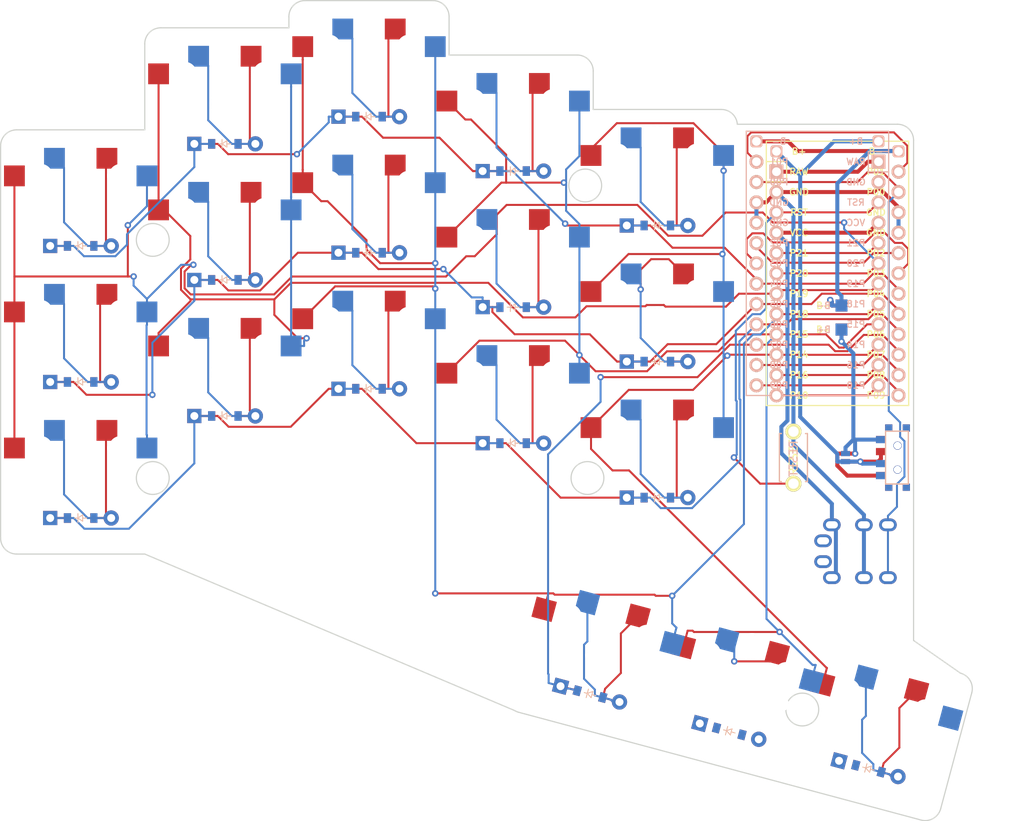
<source format=kicad_pcb>
(kicad_pcb (version 20211014) (generator pcbnew)
  (title_block (title "board") (rev "v1.0.0") (company "Unknown"))
  (layers (0 "F.Cu" signal) (31 "B.Cu" signal) (34 "B.Paste" user) (35 "F.Paste" user) (36 "B.SilkS" user "B.Silkscreen") (37 "F.SilkS" user "F.Silkscreen") (38 "B.Mask" user) (39 "F.Mask" user) (44 "Edge.Cuts" user))
  (net 0 "")
  (net 1 "pinky_bottom")
  (net 2 "P20")
  (net 3 "P6")
  (net 4 "pinky_home")
  (net 5 "P5")
  (net 6 "pinky_top")
  (net 7 "P4")
  (net 8 "ring_bottom")
  (net 9 "P19")
  (net 10 "ring_home")
  (net 11 "ring_top")
  (net 12 "middle_bottom")
  (net 13 "P18")
  (net 14 "middle_home")
  (net 15 "middle_top")
  (net 16 "index_bottom")
  (net 17 "P15")
  (net 18 "index_home")
  (net 19 "index_top")
  (net 20 "inner_bottom")
  (net 21 "P14")
  (net 22 "inner_home")
  (net 23 "inner_top")
  (net 24 "near_thumb")
  (net 25 "P7")
  (net 26 "home_thumb")
  (net 27 "far_thumb")
  (net 28 "RAW")
  (net 29 "GND")
  (net 30 "RST")
  (net 31 "VCC")
  (net 32 "P21")
  (net 33 "P16")
  (net 34 "P10")
  (net 35 "P1")
  (net 36 "P0")
  (net 37 "P2")
  (net 38 "P3")
  (net 39 "P8")
  (net 40 "P9")
  (net 41 "Bplus")
  (net 42 "Bminus")
  (net 43 "Braw")
  (footprint "E73:SPDT_C128955" (layer "F.Cu") (at 120 -2.55 -90)
    (fp_text reference "T1" hide)
    (fp_text value "" hide)
  )
  (footprint "kbd:ResetSW" (layer "F.Cu") (at 107 -2.55 -90)
    (fp_text reference "B1" hide)
    (fp_text value "")
  )
  (footprint "PG1350" (layer "F.Cu") (at 36 -29.75)
    (fp_text reference "S5" hide)
    (fp_text value "" hide)
  )
  (footprint "ComboDiode" (layer "F.Cu") (at 72 -4.35)
    (fp_text reference "D10" hide)
    (fp_text value "" hide)
  )
  (footprint "ComboDiode" (layer "F.Cu") (at 36 -24.75)
    (fp_text reference "D5" hide)
    (fp_text value "" hide)
  )
  (footprint "SMDPad" (layer "F.Cu") (at 113 -18.55)
    (fp_text reference "PAD1" hide)
    (fp_text value "" hide)
  )
  (footprint "lib:Jumper" (layer "F.Cu") (at 113.5 -2.55 -90)
    (fp_text reference "J2" hide)
    (fp_text value "Jumper")
  )
  (footprint "ComboDiode" (layer "F.Cu") (at 18 -29)
    (fp_text reference "D3" hide)
    (fp_text value "" hide)
  )
  (footprint "PG1350" (layer "F.Cu") (at 117.667 31.4865 -15)
    (fp_text reference "S18" hide)
    (fp_text value "" hide)
  )
  (footprint "ComboDiode" (layer "F.Cu") (at 54 -28.15)
    (fp_text reference "D8" hide)
    (fp_text value "" hide)
  )
  (footprint "ComboDiode" (layer "F.Cu") (at 116.373 36.3161 -15)
    (fp_text reference "D18" hide)
    (fp_text value "" hide)
  )
  (footprint "TRRS-PJ-320A-dual" (layer "F.Cu") (at 122 12.45 -90)
    (fp_text reference "TRRS1")
    (fp_text value "TRRS-PJ-320A-dual")
  )
  (footprint "lib:Jumper" (layer "F.Cu") (at 113.5 -2.55 -90)
    (fp_text reference "J1" hide)
    (fp_text value "Jumper")
  )
  (footprint "ComboDiode" (layer "F.Cu") (at 18 5)
    (fp_text reference "D1" hide)
    (fp_text value "" hide)
  )
  (footprint "PG1350" (layer "F.Cu") (at 72 -26.35)
    (fp_text reference "S11" hide)
    (fp_text value "" hide)
  )
  (footprint "PG1350" (layer "F.Cu") (at 18 -34)
    (fp_text reference "S3" hide)
    (fp_text value "" hide)
  )
  (footprint "TRRS-PJ-320A-dual" (layer "F.Cu") (at 122 10.45 -90)
    (fp_text reference "TRRS2")
    (fp_text value "TRRS-PJ-320A-dual")
  )
  (footprint "PG1350" (layer "F.Cu") (at 82.8933 22.169 -15)
    (fp_text reference "S16" hide)
    (fp_text value "" hide)
  )
  (footprint "PG1350" (layer "F.Cu") (at 90 -2.55)
    (fp_text reference "S13" hide)
    (fp_text value "" hide)
  )
  (footprint "PG1350" (layer "F.Cu") (at 18 -17)
    (fp_text reference "S2" hide)
    (fp_text value "" hide)
  )
  (footprint "ProMicro" (layer "F.Cu") (at 112.5 -24.3 -90)
    (fp_text reference "MCU2" hide)
    (fp_text value "" hide)
  )
  (footprint "ComboDiode" (layer "F.Cu") (at 72 -21.35)
    (fp_text reference "D11" hide)
    (fp_text value "" hide)
  )
  (footprint "ComboDiode" (layer "F.Cu") (at 36 -41.75)
    (fp_text reference "D6" hide)
    (fp_text value "" hide)
  )
  (footprint "ComboDiode" (layer "F.Cu") (at 54 -45.15)
    (fp_text reference "D9" hide)
    (fp_text value "" hide)
  )
  (footprint "ComboDiode" (layer "F.Cu") (at 54 -11.15)
    (fp_text reference "D7" hide)
    (fp_text value "" hide)
  )
  (footprint "ComboDiode" (layer "F.Cu") (at 36 -7.75)
    (fp_text reference "D4" hide)
    (fp_text value "" hide)
  )
  (footprint "PG1350" (layer "F.Cu") (at 18 0)
    (fp_text reference "S1" hide)
    (fp_text value "" hide)
  )
  (footprint "ComboDiode" (layer "F.Cu") (at 72 -38.35)
    (fp_text reference "D12" hide)
    (fp_text value "" hide)
  )
  (footprint "PG1350" (layer "F.Cu") (at 54 -50.15)
    (fp_text reference "S9" hide)
    (fp_text value "" hide)
  )
  (footprint "PG1350" (layer "F.Cu") (at 90 -36.55)
    (fp_text reference "S15" hide)
    (fp_text value "" hide)
  )
  (footprint "ProMicro" (layer "F.Cu") (at 110 -25.55 -90)
    (fp_text reference "MCU1" hide)
    (fp_text value "" hide)
  )
  (footprint "PG1350" (layer "F.Cu") (at 90 -19.55)
    (fp_text reference "S14" hide)
    (fp_text value "" hide)
  )
  (footprint "ComboDiode" (layer "F.Cu") (at 18 -12)
    (fp_text reference "D2" hide)
    (fp_text value "" hide)
  )
  (footprint "PG1350" (layer "F.Cu") (at 72 -43.35)
    (fp_text reference "S12" hide)
    (fp_text value "" hide)
  )
  (footprint "ComboDiode" (layer "F.Cu") (at 90 2.45)
    (fp_text reference "D13" hide)
    (fp_text value "" hide)
  )
  (footprint "E73:SPDT_C128955" (layer "F.Cu") (at 120 -2.55 -90)
    (fp_text reference "T2" hide)
    (fp_text value "" hide)
  )
  (footprint "PG1350" (layer "F.Cu") (at 100.28 26.8277 -15)
    (fp_text reference "S17" hide)
    (fp_text value "" hide)
  )
  (footprint "PG1350" (layer "F.Cu") (at 36 -12.75)
    (fp_text reference "S4" hide)
    (fp_text value "" hide)
  )
  (footprint "ComboDiode" (layer "F.Cu") (at 98.9859 31.6574 -15)
    (fp_text reference "D17" hide)
    (fp_text value "" hide)
  )
  (footprint "SMDPad" (layer "F.Cu") (at 113 -21.55)
    (fp_text reference "PAD2" hide)
    (fp_text value "" hide)
  )
  (footprint "PG1350" (layer "F.Cu") (at 54 -33.15)
    (fp_text reference "S8" hide)
    (fp_text value "" hide)
  )
  (footprint "PG1350" (layer "F.Cu") (at 72 -9.35)
    (fp_text reference "S10" hide)
    (fp_text value "" hide)
  )
  (footprint "ComboDiode" (layer "F.Cu") (at 90 -14.55)
    (fp_text reference "D14" hide)
    (fp_text value "" hide)
  )
  (footprint "ComboDiode" (layer "F.Cu") (at 90 -31.55)
    (fp_text reference "D15" hide)
    (fp_text value "" hide)
  )
  (footprint "ComboDiode" (layer "F.Cu") (at 81.5992 26.9986 -15)
    (fp_text reference "D16" hide)
    (fp_text value "" hide)
  )
  (footprint "PG1350" (layer "F.Cu") (at 54 -16.15)
    (fp_text reference "S7" hide)
    (fp_text value "" hide)
  )
  (footprint "PG1350" (layer "F.Cu") (at 36 -46.75)
    (fp_text reference "S6" hide)
    (fp_text value "" hide)
  )
  (gr_arc (start 62 -59.65) (mid 63.414214 -59.064214) (end 64 -57.65) (layer "Edge.Cuts") (width 0.15))
  (gr_line (start 72.19786 29.059141) (end 26 9.5) (layer "Edge.Cuts") (width 0.15))
  (gr_line (start 80 -52.85) (end 64 -52.85) (layer "Edge.Cuts") (width 0.15))
  (gr_arc (start 125.384739 41.319122) (mid 124.452888 42.533534) (end 122.93525 42.733335) (layer "Edge.Cuts") (width 0.15))
  (gr_line (start 8 7.5) (end 8 -41.5) (layer "Edge.Cuts") (width 0.15))
  (gr_circle (center 81 -36.55) (end 83.05 -36.55) (layer "Edge.Cuts") (width 0.15) (fill none))
  (gr_line (start 120 -44.2) (end 99.994367 -44.2) (layer "Edge.Cuts") (width 0.15))
  (gr_line (start 122 20.297692) (end 122 -42.2) (layer "Edge.Cuts") (width 0.15))
  (gr_arc (start 127.852812 24.380745) (mid 129.067224 25.312596) (end 129.267025 26.830234) (layer "Edge.Cuts") (width 0.15))
  (gr_line (start 82 -46.05) (end 82 -50.85) (layer "Edge.Cuts") (width 0.15))
  (gr_line (start 62 -59.65) (end 46 -59.65) (layer "Edge.Cuts") (width 0.15))
  (gr_circle (center 27 0) (end 29.05 0) (layer "Edge.Cuts") (width 0.15) (fill none))
  (gr_line (start 26 -43.5) (end 10 -43.5) (layer "Edge.Cuts") (width 0.15))
  (gr_circle (center 81.28 0) (end 83.33 0) (layer "Edge.Cuts") (width 0.15) (fill none))
  (gr_line (start 26 -54.25) (end 26 -43.5) (layer "Edge.Cuts") (width 0.15))
  (gr_line (start 125.38474 41.319122) (end 129.267025 26.830234) (layer "Edge.Cuts") (width 0.15))
  (gr_arc (start 10 9.5) (mid 8.585786 8.914214) (end 8 7.5) (layer "Edge.Cuts") (width 0.15))
  (gr_line (start 72.707107 29.274745) (end 122.93525 42.733335) (layer "Edge.Cuts") (width 0.15))
  (gr_line (start 44 -57.65) (end 44 -56.25) (layer "Edge.Cuts") (width 0.15))
  (gr_arc (start 120 -44.2) (mid 121.414214 -43.614214) (end 122 -42.2) (layer "Edge.Cuts") (width 0.15))
  (gr_arc (start 44 -57.65) (mid 44.585786 -59.064214) (end 46 -59.65) (layer "Edge.Cuts") (width 0.15))
  (gr_line (start 122 20.297692) (end 127.852812 24.380745) (layer "Edge.Cuts") (width 0.15))
  (gr_line (start 64 -52.85) (end 64 -57.65) (layer "Edge.Cuts") (width 0.15))
  (gr_line (start 44 -56.25) (end 28 -56.25) (layer "Edge.Cuts") (width 0.15))
  (gr_arc (start 26 -54.25) (mid 26.585786 -55.664214) (end 28 -56.25) (layer "Edge.Cuts") (width 0.15))
  (gr_line (start 10 9.5) (end 26 9.5) (layer "Edge.Cuts") (width 0.15))
  (gr_arc (start 80 -52.85) (mid 81.414214 -52.264214) (end 82 -50.85) (layer "Edge.Cuts") (width 0.15))
  (gr_line (start 98 -46.05) (end 82 -46.05) (layer "Edge.Cuts") (width 0.15))
  (gr_arc (start 98 -46.05) (mid 99.360147 -45.516288) (end 99.994367 -44.2) (layer "Edge.Cuts") (width 0.15))
  (gr_arc (start 72.707107 29.274745) (mid 72.444996 29.184629) (end 72.19786 29.059141) (layer "Edge.Cuts") (width 0.15))
  (gr_circle (center 27 -29.75) (end 29.05 -29.75) (layer "Edge.Cuts") (width 0.15) (fill none))
  (gr_arc (start 8 -41.5) (mid 8.585786 -42.914214) (end 10 -43.5) (layer "Edge.Cuts") (width 0.15))
  (gr_circle (center 108.103958 28.924179) (end 110.153958 28.924179) (layer "Edge.Cuts") (width 0.15) (fill none))
  (segment (start 21.1593 5) (end 19.65 5) (width 0.25) (layer "F.Cu") (net 1))
  (segment (start 21.1593 -5.8343) (end 21.275 -5.95) (width 0.25) (layer "F.Cu") (net 1))
  (segment (start 21.81 5) (end 21.1593 5) (width 0.25) (layer "F.Cu") (net 1))
  (segment (start 21.1593 5) (end 21.1593 -5.8343) (width 0.25) (layer "F.Cu") (net 1))
  (segment (start 18.8747 5) (end 15.9217 2.047) (width 0.25) (layer "B.Cu") (net 1))
  (segment (start 19.65 5) (end 18.8747 5) (width 0.25) (layer "B.Cu") (net 1))
  (segment (start 21.81 5) (end 19.65 5) (width 0.25) (layer "B.Cu") (net 1))
  (segment (start 15.9217 -4.7533) (end 14.725 -5.95) (width 0.25) (layer "B.Cu") (net 1))
  (segment (start 15.9217 2.047) (end 15.9217 -4.7533) (width 0.25) (layer "B.Cu") (net 1))
  (segment (start 116.37 -25.57) (end 117.62 -26.82) (width 0.25) (layer "F.Cu") (net 2))
  (segment (start 42.1529 -22.9384) (end 44.3882 -25.1737) (width 0.25) (layer "F.Cu") (net 2))
  (segment (start 63.6122 -25.1737) (end 66.1473 -27.7088) (width 0.25) (layer "F.Cu") (net 2))
  (segment (start 44.3882 -25.1737) (end 63.6122 -25.1737) (width 0.25) (layer "F.Cu") (net 2))
  (segment (start 32.0713 -26.6451) (end 31.8154 -26.6451) (width 0.25) (layer "F.Cu") (net 2))
  (segment (start 104.88 -25.57) (end 116.37 -25.57) (width 0.25) (layer "F.Cu") (net 2))
  (segment (start 103.1691 -33.17) (end 104.4191 -31.92) (width 0.25) (layer "F.Cu") (net 2))
  (segment (start 66.1473 -27.7088) (end 67.2047 -27.7088) (width 0.25) (layer "F.Cu") (net 2))
  (segment (start 30.9756 -23.7018) (end 31.739 -22.9384) (width 0.25) (layer "F.Cu") (net 2))
  (segment (start 91.3592 -30.2721) (end 95.6295 -30.2721) (width 0.25) (layer "F.Cu") (net 2))
  (segment (start 71.1884 -34.1254) (end 87.5059 -34.1254) (width 0.25) (layer "F.Cu") (net 2))
  (segment (start 23.8869 -25.1805) (end 24.6082 -25.1805) (width 0.25) (layer "F.Cu") (net 2))
  (segment (start 67.2047 -27.7088) (end 69.9562 -30.4603) (width 0.25) (layer "F.Cu") (net 2))
  (segment (start 9.725 -37.75) (end 9.725 -25.1805) (width 0.25) (layer "F.Cu") (net 2))
  (segment (start 95.6295 -30.2721) (end 98.5274 -33.17) (width 0.25) (layer "F.Cu") (net 2))
  (segment (start 87.5059 -34.1254) (end 91.3592 -30.2721) (width 0.25) (layer "F.Cu") (net 2))
  (segment (start 31.739 -22.9384) (end 42.1529 -22.9384) (width 0.25) (layer "F.Cu") (net 2))
  (segment (start 69.9562 -32.8932) (end 71.1884 -34.1254) (width 0.25) (layer "F.Cu") (net 2))
  (segment (start 23.8869 -25.1805) (end 23.8869 -31.5798) (width 0.25) (layer "F.Cu") (net 2))
  (segment (start 104.4191 -31.92) (end 113.3275 -31.92) (width 0.25) (layer "F.Cu") (net 2))
  (segment (start 9.725 -25.1805) (end 9.725 -20.75) (width 0.25) (layer "F.Cu") (net 2))
  (segment (start 98.5274 -33.17) (end 103.1691 -33.17) (width 0.25) (layer "F.Cu") (net 2))
  (segment (start 30.9756 -25.8053) (end 30.9756 -23.7018) (width 0.25) (layer "F.Cu") (net 2))
  (segment (start 9.725 -20.75) (end 9.725 -3.75) (width 0.25) (layer "F.Cu") (net 2))
  (segment (start 9.725 -25.1805) (end 23.8869 -25.1805) (width 0.25) (layer "F.Cu") (net 2))
  (segment (start 31.8154 -26.6451) (end 30.9756 -25.8053) (width 0.25) (layer "F.Cu") (net 2))
  (segment (start 69.9562 -30.4603) (end 69.9562 -32.8932) (width 0.25) (layer "F.Cu") (net 2))
  (via (at 32.0713 -26.6451) (size 0.8) (drill 0.4) (layers "F.Cu" "B.Cu") (net 2))
  (via (at 23.8869 -31.5798) (size 0.8) (drill 0.4) (layers "F.Cu" "B.Cu") (net 2))
  (via (at 113.3275 -31.92) (size 0.8) (drill 0.4) (layers "F.Cu" "B.Cu") (net 2))
  (via (at 24.6082 -25.1805) (size 0.8) (drill 0.4) (layers "F.Cu" "B.Cu") (net 2))
  (segment (start 24.6082 -24.0421) (end 24.6082 -25.1805) (width 0.25) (layer "B.Cu") (net 2))
  (segment (start 26.226 -5.4243) (end 26.275 -5.3753) (width 0.25) (layer "B.Cu") (net 2))
  (segment (start 23.8869 -31.5798) (end 26.275 -33.9679) (width 0.25) (layer "B.Cu") (net 2))
  (segment (start 26.275 -21.256) (end 26.275 -22.3753) (width 0.25) (layer "B.Cu") (net 2))
  (segment (start 26.275 -20.75) (end 26.275 -19.1247) (width 0.25) (layer "B.Cu") (net 2))
  (segment (start 26.275 -3.75) (end 26.275 -5.3753) (width 0.25) (layer "B.Cu") (net 2))
  (segment (start 32.0713 -26.6451) (end 30.5448 -26.6451) (width 0.25) (layer "B.Cu") (net 2))
  (segment (start 26.275 -33.9679) (end 26.275 -37.75) (width 0.25) (layer "B.Cu") (net 2))
  (segment (start 113.3275 -31.1125) (end 113.3275 -31.92) (width 0.25) (layer "B.Cu") (net 2))
  (segment (start 117.62 -26.82) (end 113.3275 -31.1125) (width 0.25) (layer "B.Cu") (net 2))
  (segment (start 26.275 -21.256) (end 26.275 -20.75) (width 0.25) (layer "B.Cu") (net 2))
  (segment (start 26.275 -19.1247) (end 26.226 -19.0757) (width 0.25) (layer "B.Cu") (net 2))
  (segment (start 26.226 -19.0757) (end 26.226 -5.4243) (width 0.25) (layer "B.Cu") (net 2))
  (segment (start 26.275 -22.3753) (end 24.6082 -24.0421) (width 0.25) (layer "B.Cu") (net 2))
  (segment (start 30.5448 -26.6451) (end 26.275 -22.3753) (width 0.25) (layer "B.Cu") (net 2))
  (segment (start 70.35 -4.35) (end 71.1253 -4.35) (width 0.25) (layer "F.Cu") (net 3))
  (segment (start 116.9869 -20.47) (end 118.081 -20.47) (width 0.25) (layer "F.Cu") (net 3))
  (segment (start 14.19 5) (end 16.35 5) (width 0.25) (layer "F.Cu") (net 3))
  (segment (start 34.35 -7.75) (end 35.1253 -7.75) (width 0.25) (layer "F.Cu") (net 3))
  (segment (start 118.081 -20.47) (end 120.12 -18.431) (width 0.25) (layer "F.Cu") (net 3))
  (segment (start 70.35 -4.35) (end 68.19 -4.35) (width 0.25) (layer "F.Cu") (net 3))
  (segment (start 68.19 -4.35) (end 59.9253 -4.35) (width 0.25) (layer "F.Cu") (net 3))
  (segment (start 44.2299 -6.4042) (end 36.4711 -6.4042) (width 0.25) (layer "F.Cu") (net 3))
  (segment (start 52.35 -11.15) (end 53.1253 -11.15) (width 0.25) (layer "F.Cu") (net 3))
  (segment (start 48.9757 -11.15) (end 44.2299 -6.4042) (width 0.25) (layer "F.Cu") (net 3))
  (segment (start 106.782 -19.852) (end 116.3689 -19.852) (width 0.25) (layer "F.Cu") (net 3))
  (segment (start 106.13 -19.2) (end 106.782 -19.852) (width 0.25) (layer "F.Cu") (net 3))
  (segment (start 102.38 -19.2) (end 106.13 -19.2) (width 0.25) (layer "F.Cu") (net 3))
  (segment (start 32.19 -7.75) (end 34.35 -7.75) (width 0.25) (layer "F.Cu") (net 3))
  (segment (start 36.4711 -6.4042) (end 35.1253 -7.75) (width 0.25) (layer "F.Cu") (net 3))
  (segment (start 116.3689 -19.852) (end 116.9869 -20.47) (width 0.25) (layer "F.Cu") (net 3))
  (segment (start 50.19 -11.15) (end 48.9757 -11.15) (width 0.25) (layer "F.Cu") (net 3))
  (segment (start 59.9253 -4.35) (end 53.1253 -11.15) (width 0.25) (layer "F.Cu") (net 3))
  (segment (start 88.35 2.45) (end 86.19 2.45) (width 0.25) (layer "F.Cu") (net 3))
  (segment (start 120.12 -18.431) (end 120.12 -17.95) (width 0.25) (layer "F.Cu") (net 3))
  (segment (start 77.9253 2.45) (end 71.1253 -4.35) (width 0.25) (layer "F.Cu") (net 3))
  (segment (start 52.35 -11.15) (end 50.19 -11.15) (width 0.25) (layer "F.Cu") (net 3))
  (segment (start 86.19 2.45) (end 77.9253 2.45) (width 0.25) (layer "F.Cu") (net 3))
  (segment (start 16.35 5) (end 14.19 5) (width 0.25) (layer "B.Cu") (net 3))
  (segment (start 100.3662 -2.2642) (end 94.3394 3.7626) (width 0.25) (layer "B.Cu") (net 3))
  (segment (start 88.35 2.45) (end 89.1253 2.45) (width 0.25) (layer "B.Cu") (net 3))
  (segment (start 100.2536 -17.0736) (end 100.2536 -9.8925) (width 0.25) (layer "B.Cu") (net 3))
  (segment (start 90.4379 3.7626) (end 89.1253 2.45) (width 0.25) (layer "B.Cu") (net 3))
  (segment (start 88.35 2.45) (end 86.19 2.45) (width 0.25) (layer "B.Cu") (net 3))
  (segment (start 24.0223 6.3373) (end 18.4626 6.3373) (width 0.25) (layer "B.Cu") (net 3))
  (segment (start 70.35 -4.35) (end 68.19 -4.35) (width 0.25) (layer "B.Cu") (net 3))
  (segment (start 94.3394 3.7626) (end 90.4379 3.7626) (width 0.25) (layer "B.Cu") (net 3))
  (segment (start 34.35 -7.75) (end 32.19 -7.75) (width 0.25) (layer "B.Cu") (net 3))
  (segment (start 18.4626 6.3373) (end 17.1253 5) (width 0.25) (layer "B.Cu") (net 3))
  (segment (start 100.3662 -9.7799) (end 100.3662 -2.2642) (width 0.25) (layer "B.Cu") (net 3))
  (segment (start 52.35 -11.15) (end 50.19 -11.15) (width 0.25) (layer "B.Cu") (net 3))
  (segment (start 32.19 -1.8304) (end 24.0223 6.3373) (width 0.25) (layer "B.Cu") (net 3))
  (segment (start 32.19 -7.75) (end 32.19 -1.8304) (width 0.25) (layer "B.Cu") (net 3))
  (segment (start 100.2536 -9.8925) (end 100.3662 -9.7799) (width 0.25) (layer "B.Cu") (net 3))
  (segment (start 102.38 -19.2) (end 100.2536 -17.0736) (width 0.25) (layer "B.Cu") (net 3))
  (segment (start 16.35 5) (end 17.1253 5) (width 0.25) (layer "B.Cu") (net 3))
  (segment (start 19.65 -12) (end 20.4253 -12) (width 0.25) (layer "F.Cu") (net 4))
  (segment (start 21.275 -22.95) (end 20.4253 -22.1003) (width 0.25) (layer "F.Cu") (net 4))
  (segment (start 20.4253 -22.1003) (end 20.4253 -12) (width 0.25) (layer "F.Cu") (net 4))
  (segment (start 21.81 -12) (end 20.4253 -12) (width 0.25) (layer "F.Cu") (net 4))
  (segment (start 21.81 -12) (end 19.65 -12) (width 0.25) (layer "B.Cu") (net 4))
  (segment (start 15.9217 -14.953) (end 15.9217 -21.7533) (width 0.25) (layer "B.Cu") (net 4))
  (segment (start 15.9217 -21.7533) (end 14.725 -22.95) (width 0.25) (layer "B.Cu") (net 4))
  (segment (start 19.65 -12) (end 18.8747 -12) (width 0.25) (layer "B.Cu") (net 4))
  (segment (start 18.8747 -12) (end 15.9217 -14.953) (width 0.25) (layer "B.Cu") (net 4))
  (segment (start 84.9757 -14.55) (end 81.5654 -17.9603) (width 0.25) (layer "F.Cu") (net 5))
  (segment (start 120.12 -20.971) (end 120.12 -20.49) (width 0.25) (layer "F.Cu") (net 5))
  (segment (start 14.19 -12) (end 16.35 -12) (width 0.25) (layer "F.Cu") (net 5))
  (segment (start 53.1253 -28.15) (end 55.1697 -26.1056) (width 0.25) (layer "F.Cu") (net 5))
  (segment (start 88.35 -14.55) (end 89.1253 -14.55) (width 0.25) (layer "F.Cu") (net 5))
  (segment (start 18.7261 -10.3992) (end 17.1253 -12) (width 0.25) (layer "F.Cu") (net 5))
  (segment (start 102.38 -21.74) (end 97.3629 -16.7229) (width 0.25) (layer "F.Cu") (net 5))
  (segment (start 26.9513 -10.3992) (end 18.7261 -10.3992) (width 0.25) (layer "F.Cu") (net 5))
  (segment (start 110.5406 -23.03) (end 118.061 -23.03) (width 0.25) (layer "F.Cu") (net 5))
  (segment (start 34.35 -24.75) (end 35.1253 -24.75) (width 0.25) (layer "F.Cu") (net 5))
  (segment (start 40.4089 -23.4364) (end 36.4389 -23.4364) (width 0.25) (layer "F.Cu") (net 5))
  (segment (start 81.5654 -17.9603) (end 72.1869 -17.9603) (width 0.25) (layer "F.Cu") (net 5))
  (segment (start 68.19 -21.35) (end 69.4043 -21.35) (width 0.25) (layer "F.Cu") (net 5))
  (segment (start 45.1225 -28.15) (end 40.4089 -23.4364) (width 0.25) (layer "F.Cu") (net 5))
  (segment (start 70.35 -21.35) (end 69.4043 -21.35) (width 0.25) (layer "F.Cu") (net 5))
  (segment (start 52.35 -28.15) (end 50.19 -28.15) (width 0.25) (layer "F.Cu") (net 5))
  (segment (start 91.2981 -16.7229) (end 91.2981 -16.7228) (width 0.25) (layer "F.Cu") (net 5))
  (segment (start 109.2506 -21.74) (end 110.5406 -23.03) (width 0.25) (layer "F.Cu") (net 5))
  (segment (start 86.19 -14.55) (end 88.35 -14.55) (width 0.25) (layer "F.Cu") (net 5))
  (segment (start 102.38 -21.74) (end 109.2506 -21.74) (width 0.25) (layer "F.Cu") (net 5))
  (segment (start 36.4389 -23.4364) (end 35.1253 -24.75) (width 0.25) (layer "F.Cu") (net 5))
  (segment (start 50.19 -28.15) (end 45.1225 -28.15) (width 0.25) (layer "F.Cu") (net 5))
  (segment (start 16.35 -12) (end 17.1253 -12) (width 0.25) (layer "F.Cu") (net 5))
  (segment (start 69.4043 -20.7429) (end 69.4043 -21.35) (width 0.25) (layer "F.Cu") (net 5))
  (segment (start 72.1869 -17.9603) (end 69.4043 -20.7429) (width 0.25) (layer "F.Cu") (net 5))
  (segment (start 97.3629 -16.7229) (end 91.2981 -16.7229) (width 0.25) (layer "F.Cu") (net 5))
  (segment (start 86.19 -14.55) (end 84.9757 -14.55) (width 0.25) (layer "F.Cu") (net 5))
  (segment (start 52.35 -28.15) (end 53.1253 -28.15) (width 0.25) (layer "F.Cu") (net 5))
  (segment (start 55.1697 -26.1056) (end 63.2864 -26.1056) (width 0.25) (layer "F.Cu") (net 5))
  (segment (start 118.061 -23.03) (end 120.12 -20.971) (width 0.25) (layer "F.Cu") (net 5))
  (segment (start 91.2981 -16.7228) (end 89.1253 -14.55) (width 0.25) (layer "F.Cu") (net 5))
  (segment (start 32.19 -24.75) (end 34.35 -24.75) (width 0.25) (layer "F.Cu") (net 5))
  (via (at 26.9513 -10.3992) (size 0.8) (drill 0.4) (layers "F.Cu" "B.Cu") (net 5))
  (via (at 63.2864 -26.1056) (size 0.8) (drill 0.4) (layers "F.Cu" "B.Cu") (net 5))
  (segment (start 66.8277 -22.5643) (end 63.2864 -26.1056) (width 0.25) (layer "B.Cu") (net 5))
  (segment (start 70.35 -21.35) (end 68.19 -21.35) (width 0.25) (layer "B.Cu") (net 5))
  (segment (start 16.35 -12) (end 14.19 -12) (width 0.25) (layer "B.Cu") (net 5))
  (segment (start 32.19 -22.14) (end 26.9513 -16.9013) (width 0.25) (layer "B.Cu") (net 5))
  (segment (start 32.19 -24.75) (end 32.19 -22.14) (width 0.25) (layer "B.Cu") (net 5))
  (segment (start 26.9513 -16.9013) (end 26.9513 -10.3992) (width 0.25) (layer "B.Cu") (net 5))
  (segment (start 68.19 -21.35) (end 68.19 -22.5643) (width 0.25) (layer "B.Cu") (net 5))
  (segment (start 88.35 -14.55) (end 86.19 -14.55) (width 0.25) (layer "B.Cu") (net 5))
  (segment (start 34.35 -24.75) (end 32.19 -24.75) (width 0.25) (layer "B.Cu") (net 5))
  (segment (start 50.19 -28.15) (end 52.35 -28.15) (width 0.25) (layer "B.Cu") (net 5))
  (segment (start 68.19 -22.5643) (end 66.8277 -22.5643) (width 0.25) (layer "B.Cu") (net 5))
  (segment (start 21.1593 -39.8343) (end 21.275 -39.95) (width 0.25) (layer "F.Cu") (net 6))
  (segment (start 21.81 -29) (end 21.1593 -29) (width 0.25) (layer "F.Cu") (net 6))
  (segment (start 21.1593 -29) (end 21.1593 -39.8343) (width 0.25) (layer "F.Cu") (net 6))
  (segment (start 21.1593 -29) (end 19.65 -29) (width 0.25) (layer "F.Cu") (net 6))
  (segment (start 15.9217 -31.953) (end 15.9217 -38.7533) (width 0.25) (layer "B.Cu") (net 6))
  (segment (start 21.81 -29) (end 19.65 -29) (width 0.25) (layer "B.Cu") (net 6))
  (segment (start 19.65 -29) (end 18.8747 -29) (width 0.25) (layer "B.Cu") (net 6))
  (segment (start 18.8747 -29) (end 15.9217 -31.953) (width 0.25) (layer "B.Cu") (net 6))
  (segment (start 15.9217 -38.7533) (end 14.725 -39.95) (width 0.25) (layer "B.Cu") (net 6))
  (segment (start 62.8054 -42.5203) (end 55.755 -42.5203) (width 0.25) (layer "F.Cu") (net 7))
  (segment (start 34.35 -41.75) (end 35.1253 -41.75) (width 0.25) (layer "F.Cu") (net 7))
  (segment (start 115.7169 -24.28) (end 116.9506 -25.5137) (width 0.25) (layer "F.Cu") (net 7))
  (segment (start 120.12 -23.5583) (end 120.12 -23.03) (width 0.25) (layer "F.Cu") (net 7))
  (segment (start 70.35 -38.35) (end 68.19 -38.35) (width 0.25) (layer "F.Cu") (net 7))
  (segment (start 35.1253 -41.75) (end 36.4137 -40.4616) (width 0.25) (layer "F.Cu") (net 7))
  (segment (start 116.9506 -25.5137) (end 118.1646 -25.5137) (width 0.25) (layer "F.Cu") (net 7))
  (segment (start 52.35 -45.15) (end 50.19 -45.15) (width 0.25) (layer "F.Cu") (net 7))
  (segment (start 66.9757 -38.35) (end 62.8054 -42.5203) (width 0.25) (layer "F.Cu") (net 7))
  (segment (start 102.38 -24.28) (end 115.7169 -24.28) (width 0.25) (layer "F.Cu") (net 7))
  (segment (start 68.19 -38.35) (end 66.9757 -38.35) (width 0.25) (layer "F.Cu") (net 7))
  (segment (start 88.35 -31.55) (end 89.1253 -31.55) (width 0.25) (layer "F.Cu") (net 7))
  (segment (start 88.35 -31.55) (end 86.19 -31.55) (width 0.25) (layer "F.Cu") (net 7))
  (segment (start 36.4137 -40.4616) (end 45 -40.4616) (width 0.25) (layer "F.Cu") (net 7))
  (segment (start 118.1646 -25.5137) (end 120.12 -23.5583) (width 0.25) (layer "F.Cu") (net 7))
  (segment (start 55.755 -42.5203) (end 53.1253 -45.15) (width 0.25) (layer "F.Cu") (net 7))
  (segment (start 32.19 -41.75) (end 34.35 -41.75) (width 0.25) (layer "F.Cu") (net 7))
  (segment (start 98.4188 -28.7731) (end 91.9022 -28.7731) (width 0.25) (layer "F.Cu") (net 7))
  (segment (start 86.19 -31.55) (end 78.7237 -31.55) (width 0.25) (layer "F.Cu") (net 7))
  (segment (start 102.38 -24.28) (end 102.38 -24.8119) (width 0.25) (layer "F.Cu") (net 7))
  (segment (start 14.19 -29) (end 16.35 -29) (width 0.25) (layer "F.Cu") (net 7))
  (segment (start 52.35 -45.15) (end 53.1253 -45.15) (width 0.25) (layer "F.Cu") (net 7))
  (segment (start 102.38 -24.8119) (end 98.4188 -28.7731) (width 0.25) (layer "F.Cu") (net 7))
  (segment (start 78.7237 -31.55) (end 78.4916 -31.7821) (width 0.25) (layer "F.Cu") (net 7))
  (segment (start 91.9022 -28.7731) (end 89.1253 -31.55) (width 0.25) (layer "F.Cu") (net 7))
  (via (at 78.4916 -31.7821) (size 0.8) (drill 0.4) (layers "F.Cu" "B.Cu") (net 7))
  (via (at 45 -40.4616) (size 0.8) (drill 0.4) (layers "F.Cu" "B.Cu") (net 7))
  (segment (start 17.1253 -29) (end 18.4137 -27.7116) (width 0.25) (layer "B.Cu") (net 7))
  (segment (start 70.35 -38.35) (end 71.1253 -38.35) (width 0.25) (layer "B.Cu") (net 7))
  (segment (start 71.1253 -38.35) (end 71.9237 -38.35) (width 0.25) (layer "B.Cu") (net 7))
  (segment (start 23.7822 -30.4493) (end 32.19 -38.8571) (width 0.25) (layer "B.Cu") (net 7))
  (segment (start 50.19 -45.15) (end 48.9757 -45.15) (width 0.25) (layer "B.Cu") (net 7))
  (segment (start 48.9757 -45.15) (end 48.9757 -44.4373) (width 0.25) (layer "B.Cu") (net 7))
  (segment (start 70.35 -38.35) (end 68.19 -38.35) (width 0.25) (layer "B.Cu") (net 7))
  (segment (start 18.4137 -27.7116) (end 22.3405 -27.7116) (width 0.25) (layer "B.Cu") (net 7))
  (segment (start 52.35 -45.15) (end 50.19 -45.15) (width 0.25) (layer "B.Cu") (net 7))
  (segment (start 23.7822 -29.1533) (end 23.7822 -30.4493) (width 0.25) (layer "B.Cu") (net 7))
  (segment (start 16.35 -29) (end 17.1253 -29) (width 0.25) (layer "B.Cu") (net 7))
  (segment (start 32.19 -41.75) (end 34.35 -41.75) (width 0.25) (layer "B.Cu") (net 7))
  (segment (start 16.35 -29) (end 14.19 -29) (width 0.25) (layer "B.Cu") (net 7))
  (segment (start 32.19 -38.8571) (end 32.19 -41.75) (width 0.25) (layer "B.Cu") (net 7))
  (segment (start 71.9237 -38.35) (end 78.4916 -31.7821) (width 0.25) (layer "B.Cu") (net 7))
  (segment (start 22.3405 -27.7116) (end 23.7822 -29.1533) (width 0.25) (layer "B.Cu") (net 7))
  (segment (start 48.9757 -44.4373) (end 45 -40.4616) (width 0.25) (layer "B.Cu") (net 7))
  (segment (start 88.35 -31.55) (end 86.19 -31.55) (width 0.25) (layer "B.Cu") (net 7))
  (segment (start 39.275 -18.7) (end 39.1211 -18.5461) (width 0.25) (layer "F.Cu") (net 8))
  (segment (start 39.1211 -8.4389) (end 39.81 -7.75) (width 0.25) (layer "F.Cu") (net 8))
  (segment (start 39.1211 -18.5461) (end 39.1211 -8.4389) (width 0.25) (layer "F.Cu") (net 8))
  (segment (start 39.81 -7.75) (end 37.65 -7.75) (width 0.25) (layer "F.Cu") (net 8))
  (segment (start 37.65 -7.75) (end 36.8747 -7.75) (width 0.25) (layer "B.Cu") (net 8))
  (segment (start 33.9217 -17.5033) (end 32.725 -18.7) (width 0.25) (layer "B.Cu") (net 8))
  (segment (start 33.9217 -10.703) (end 33.9217 -17.5033) (width 0.25) (layer "B.Cu") (net 8))
  (segment (start 39.81 -7.75) (end 37.65 -7.75) (width 0.25) (layer "B.Cu") (net 8))
  (segment (start 36.8747 -7.75) (end 33.9217 -10.703) (width 0.25) (layer "B.Cu") (net 8))
  (segment (start 45.1041 -17.4608) (end 46.202 -17.4608) (width 0.25) (layer "F.Cu") (net 9))
  (segment (start 27.725 -50.5) (end 27.725 -33.5) (width 0.25) (layer "F.Cu") (net 9))
  (segment (start 30.5253 -23.5152) (end 31.7211 -22.3194) (width 0.25) (layer "F.Cu") (net 9))
  (segment (start 42.1792 -22.3194) (end 42.1792 -20.3857) (width 0.25) (layer "F.Cu") (net 9))
  (segment (start 68.8936 -24.3926) (end 73.2205 -20.0657) (width 0.25) (layer "F.Cu") (net 9))
  (segment (start 31.687 -27.3127) (end 30.5253 -26.151) (width 0.25) (layer "F.Cu") (net 9))
  (segment (start 31.7211 -22.3194) (end 42.1792 -22.3194) (width 0.25) (layer "F.Cu") (net 9))
  (segment (start 81.1641 -21.4577) (end 88.5149 -21.4577) (width 0.25) (layer "F.Cu") (net 9))
  (segment (start 79.7721 -20.0657) (end 81.1641 -21.4577) (width 0.25) (layer "F.Cu") (net 9))
  (segment (start 30.5253 -26.151) (end 30.5253 -23.5152) (width 0.25) (layer "F.Cu") (net 9))
  (segment (start 42.1792 -22.3194) (end 44.2524 -24.3926) (width 0.25) (layer "F.Cu") (net 9))
  (segment (start 28.4185 -33.5) (end 31.687 -30.2315) (width 0.25) (layer "F.Cu") (net 9))
  (segment (start 73.2205 -20.0657) (end 79.7721 -20.0657) (width 0.25) (layer "F.Cu") (net 9))
  (segment (start 116.8203 -23.4803) (end 105.3303 -23.4803) (width 0.25) (layer "F.Cu") (net 9))
  (segment (start 27.725 -33.5) (end 28.4185 -33.5) (width 0.25) (layer "F.Cu") (net 9))
  (segment (start 88.5149 -21.4577) (end 88.6732 -21.616) (width 0.25) (layer "F.Cu") (net 9))
  (segment (start 91.0189 -21.416) (end 98.583 -21.416) (width 0.25) (layer "F.Cu") (net 9))
  (segment (start 105.3303 -23.4803) (end 104.88 -23.03) (width 0.25) (layer "F.Cu") (net 9))
  (segment (start 42.1792 -20.3857) (end 45.1041 -17.4608) (width 0.25) (layer "F.Cu") (net 9))
  (segment (start 90.8189 -21.616) (end 91.0189 -21.416) (width 0.25) (layer "F.Cu") (net 9))
  (segment (start 117.62 -24.28) (end 116.8203 -23.4803) (width 0.25) (layer "F.Cu") (net 9))
  (segment (start 88.6732 -21.616) (end 90.8189 -21.616) (width 0.25) (layer "F.Cu") (net 9))
  (segment (start 100.197 -23.03) (end 104.88 -23.03) (width 0.25) (layer "F.Cu") (net 9))
  (segment (start 27.725 -16.5) (end 27.725 -18.1253) (width 0.25) (layer "F.Cu") (net 9))
  (segment (start 27.725 -18.1253) (end 31.7211 -22.1214) (width 0.25) (layer "F.Cu") (net 9))
  (segment (start 98.583 -21.416) (end 100.197 -23.03) (width 0.25) (layer "F.Cu") (net 9))
  (segment (start 44.2524 -24.3926) (end 68.8936 -24.3926) (width 0.25) (layer "F.Cu") (net 9))
  (segment (start 31.687 -30.2315) (end 31.687 -27.3127) (width 0.25) (layer "F.Cu") (net 9))
  (segment (start 31.7211 -22.1214) (end 31.7211 -22.3194) (width 0.25) (layer "F.Cu") (net 9))
  (via (at 46.202 -17.4608) (size 0.8) (drill 0.4) (layers "F.Cu" "B.Cu") (net 9))
  (segment (start 46.202 -17.4608) (end 45.9003 -17.1591) (width 0.25) (layer "B.Cu") (net 9))
  (segment (start 44.275 -33.5) (end 44.275 -35.1253) (width 0.25) (layer "B.Cu") (net 9))
  (segment (start 44.2747 -35.1256) (end 44.275 -35.1253) (width 0.25) (layer "B.Cu") (net 9))
  (segment (start 44.275 -33.5) (end 44.275 -16.5) (width 0.25) (layer "B.Cu") (net 9))
  (segment (start 44.275 -50.5) (end 44.275 -48.8747) (width 0.25) (layer "B.Cu") (net 9))
  (segment (start 44.275 -48.8747) (end 44.2747 -48.8744) (width 0.25) (layer "B.Cu") (net 9))
  (segment (start 45.9003 -17.1591) (end 45.9003 -16.5) (width 0.25) (layer "B.Cu") (net 9))
  (segment (start 44.2747 -48.8744) (end 44.2747 -35.1256) (width 0.25) (layer "B.Cu") (net 9))
  (segment (start 44.275 -16.5) (end 45.9003 -16.5) (width 0.25) (layer "B.Cu") (net 9))
  (segment (start 39.275 -35.7) (end 39.1211 -35.5461) (width 0.25) (layer "F.Cu") (net 10))
  (segment (start 39.1211 -35.5461) (end 39.1211 -25.4389) (width 0.25) (layer "F.Cu") (net 10))
  (segment (start 39.1211 -25.4389) (end 39.81 -24.75) (width 0.25) (layer "F.Cu") (net 10))
  (segment (start 39.81 -24.75) (end 37.65 -24.75) (width 0.25) (layer "F.Cu") (net 10))
  (segment (start 36.8747 -24.75) (end 33.9217 -27.703) (width 0.25) (layer "B.Cu") (net 10))
  (segment (start 33.9217 -27.703) (end 33.9217 -34.5033) (width 0.25) (layer "B.Cu") (net 10))
  (segment (start 39.81 -24.75) (end 37.65 -24.75) (width 0.25) (layer "B.Cu") (net 10))
  (segment (start 33.9217 -34.5033) (end 32.725 -35.7) (width 0.25) (layer "B.Cu") (net 10))
  (segment (start 37.65 -24.75) (end 36.8747 -24.75) (width 0.25) (layer "B.Cu") (net 10))
  (segment (start 39.1211 -41.75) (end 37.65 -41.75) (width 0.25) (layer "F.Cu") (net 11))
  (segment (start 39.81 -41.75) (end 39.1211 -41.75) (width 0.25) (layer "F.Cu") (net 11))
  (segment (start 39.275 -52.7) (end 39.1211 -52.5461) (width 0.25) (layer "F.Cu") (net 11))
  (segment (start 39.1211 -52.5461) (end 39.1211 -41.75) (width 0.25) (layer "F.Cu") (net 11))
  (segment (start 37.65 -41.75) (end 36.8747 -41.75) (width 0.25) (layer "B.Cu") (net 11))
  (segment (start 33.9217 -51.5033) (end 32.725 -52.7) (width 0.25) (layer "B.Cu") (net 11))
  (segment (start 36.8747 -41.75) (end 33.9217 -44.703) (width 0.25) (layer "B.Cu") (net 11))
  (segment (start 33.9217 -44.703) (end 33.9217 -51.5033) (width 0.25) (layer "B.Cu") (net 11))
  (segment (start 39.81 -41.75) (end 37.65 -41.75) (width 0.25) (layer "B.Cu") (net 11))
  (segment (start 57.275 -22.1) (end 56.4253 -21.2503) (width 0.25) (layer "F.Cu") (net 12))
  (segment (start 55.65 -11.15) (end 56.4253 -11.15) (width 0.25) (layer "F.Cu") (net 12))
  (segment (start 57.81 -11.15) (end 56.4253 -11.15) (width 0.25) (layer "F.Cu") (net 12))
  (segment (start 56.4253 -21.2503) (end 56.4253 -11.15) (width 0.25) (layer "F.Cu") (net 12))
  (segment (start 54.8747 -11.15) (end 51.9217 -14.103) (width 0.25) (layer "B.Cu") (net 12))
  (segment (start 57.81 -11.15) (end 55.65 -11.15) (width 0.25) (layer "B.Cu") (net 12))
  (segment (start 55.65 -11.15) (end 54.8747 -11.15) (width 0.25) (layer "B.Cu") (net 12))
  (segment (start 51.9217 -20.9033) (end 50.725 -22.1) (width 0.25) (layer "B.Cu") (net 12))
  (segment (start 51.9217 -14.103) (end 51.9217 -20.9033) (width 0.25) (layer "B.Cu") (net 12))
  (segment (start 89.6596 14.5749) (end 77.1806 14.5749) (width 0.25) (layer "F.Cu") (net 13))
  (segment (start 76.4042 14.4144) (end 62.275 14.4144) (width 0.25) (layer "F.Cu") (net 13))
  (segment (start 45.725 -36.9) (end 45.725 -38.5253) (width 0.25) (layer "F.Cu") (net 13))
  (segment (start 77.1806 14.5749) (end 77.0201 14.4144) (width 0.25) (layer "F.Cu") (net 13))
  (segment (start 48.8183 -34.5889) (end 53.6849 -29.7223) (width 0.25) (layer "F.Cu") (net 13))
  (segment (start 45.7253 -38.5256) (end 45.7253 -52.2744) (width 0.25) (layer "F.Cu") (net 13))
  (segment (start 45.7253 -52.2744) (end 45.725 -52.2747) (width 0.25) (layer "F.Cu") (net 13))
  (segment (start 49.7673 -23.9423) (end 61.9976 -23.9423) (width 0.25) (layer "F.Cu") (net 13))
  (segment (start 53.6849 -29.7223) (end 53.6849 -28.5523) (width 0.25) (layer "F.Cu") (net 13))
  (segment (start 53.6849 -28.5523) (end 55.3947 -26.8425) (width 0.25) (layer "F.Cu") (net 13))
  (segment (start 45.725 -36.9) (end 48.0361 -34.5889) (width 0.25) (layer "F.Cu") (net 13))
  (segment (start 116.3546 -20.4746) (end 117.62 -21.74) (width 0.25) (layer "F.Cu") (net 13))
  (segment (start 104.88 -20.49) (end 104.8954 -20.4746) (width 0.25) (layer "F.Cu") (net 13))
  (segment (start 45.725 -53.9) (end 45.725 -52.2747) (width 0.25) (layer "F.Cu") (net 13))
  (segment (start 45.725 -38.5253) (end 45.7253 -38.5256) (width 0.25) (layer "F.Cu") (net 13))
  (segment (start 61.9976 -23.9423) (end 62.275 -23.6649) (width 0.25) (layer "F.Cu") (net 13))
  (segment (start 55.3947 -26.8425) (end 62.275 -26.8425) (width 0.25) (layer "F.Cu") (net 13))
  (segment (start 89.7999 14.7152) (end 89.6596 14.5749) (width 0.25) (layer "F.Cu") (net 13))
  (segment (start 45.725 -19.9) (end 49.7673 -23.9423) (width 0.25) (layer "F.Cu") (net 13))
  (segment (start 77.0201 14.4144) (end 76.4042 14.4144) (width 0.25) (layer "F.Cu") (net 13))
  (segment (start 75.8708 16.4051) (end 76.4042 14.4144) (width 0.25) (layer "F.Cu") (net 13))
  (segment (start 91.8569 14.7152) (end 89.7999 14.7152) (width 0.25) (layer "F.Cu") (net 13))
  (segment (start 48.0361 -34.5889) (end 48.8183 -34.5889) (width 0.25) (layer "F.Cu") (net 13))
  (segment (start 104.8954 -20.4746) (end 116.3546 -20.4746) (width 0.25) (layer "F.Cu") (net 13))
  (via (at 62.275 -23.6649) (size 0.8) (drill 0.4) (layers "F.Cu" "B.Cu") (net 13))
  (via (at 62.275 14.4144) (size 0.8) (drill 0.4) (layers "F.Cu" "B.Cu") (net 13))
  (via (at 91.8569 14.7152) (size 0.8) (drill 0.4) (layers "F.Cu" "B.Cu") (net 13))
  (via (at 62.275 -26.8425) (size 0.8) (drill 0.4) (layers "F.Cu" "B.Cu") (net 13))
  (segment (start 62.275 -26.8425) (end 62.275 -23.6649) (width 0.25) (layer "B.Cu") (net 13))
  (segment (start 101.9482 -17.93) (end 100.8165 -16.7983) (width 0.25) (layer "B.Cu") (net 13))
  (segment (start 62.275 -53.9) (end 62.275 -36.9) (width 0.25) (layer "B.Cu") (net 13))
  (segment (start 102.8729 -17.93) (end 101.9482 -17.93) (width 0.25) (layer "B.Cu") (net 13))
  (segment (start 91.8569 20.6885) (end 92.3903 18.6978) (width 0.25) (layer "B.Cu") (net 13))
  (segment (start 62.275 -19.9) (end 62.275 -23.6649) (width 0.25) (layer "B.Cu") (net 13))
  (segment (start 92.3903 18.6978) (end 92.3902 18.6978) (width 0.25) (layer "B.Cu") (net 13))
  (segment (start 104.88 -20.49) (end 104.88 -19.9371) (width 0.25) (layer "B.Cu") (net 13))
  (segment (start 62.275 -36.9) (end 62.275 -26.8425) (width 0.25) (layer "B.Cu") (net 13))
  (segment (start 92.3902 18.6978) (end 91.8569 18.1645) (width 0.25) (layer "B.Cu") (net 13))
  (segment (start 100.8165 5.7556) (end 91.8569 14.7152) (width 0.25) (layer "B.Cu") (net 13))
  (segment (start 62.275 -19.9) (end 62.275 14.4144) (width 0.25) (layer "B.Cu") (net 13))
  (segment (start 91.8569 18.1645) (end 91.8569 14.7152) (width 0.25) (layer "B.Cu") (net 13))
  (segment (start 104.88 -19.9371) (end 102.8729 -17.93) (width 0.25) (layer "B.Cu") (net 13))
  (segment (start 100.8165 -16.7983) (end 100.8165 5.7556) (width 0.25) (layer "B.Cu") (net 13))
  (segment (start 55.65 -28.15) (end 56.4253 -28.15) (width 0.25) (layer "F.Cu") (net 14))
  (segment (start 57.275 -39.1) (end 56.4253 -38.2503) (width 0.25) (layer "F.Cu") (net 14))
  (segment (start 57.81 -28.15) (end 56.4253 -28.15) (width 0.25) (layer "F.Cu") (net 14))
  (segment (start 56.4253 -38.2503) (end 56.4253 -28.15) (width 0.25) (layer "F.Cu") (net 14))
  (segment (start 57.81 -28.15) (end 55.65 -28.15) (width 0.25) (layer "B.Cu") (net 14))
  (segment (start 55.65 -28.15) (end 54.8747 -28.15) (width 0.25) (layer "B.Cu") (net 14))
  (segment (start 51.9217 -31.103) (end 51.9217 -37.9033) (width 0.25) (layer "B.Cu") (net 14))
  (segment (start 54.8747 -28.15) (end 51.9217 -31.103) (width 0.25) (layer "B.Cu") (net 14))
  (segment (start 51.9217 -37.9033) (end 50.725 -39.1) (width 0.25) (layer "B.Cu") (net 14))
  (segment (start 55.65 -45.15) (end 56.4253 -45.15) (width 0.25) (layer "F.Cu") (net 15))
  (segment (start 57.275 -56.1) (end 56.4253 -55.2503) (width 0.25) (layer "F.Cu") (net 15))
  (segment (start 56.4253 -55.2503) (end 56.4253 -45.15) (width 0.25) (layer "F.Cu") (net 15))
  (segment (start 57.81 -45.15) (end 56.4253 -45.15) (width 0.25) (layer "F.Cu") (net 15))
  (segment (start 55.65 -45.15) (end 54.8747 -45.15) (width 0.25) (layer "B.Cu") (net 15))
  (segment (start 54.8747 -45.15) (end 51.9217 -48.103) (width 0.25) (layer "B.Cu") (net 15))
  (segment (start 57.81 -45.15) (end 55.65 -45.15) (width 0.25) (layer "B.Cu") (net 15))
  (segment (start 51.9217 -54.9033) (end 50.725 -56.1) (width 0.25) (layer "B.Cu") (net 15))
  (segment (start 51.9217 -48.103) (end 51.9217 -54.9033) (width 0.25) (layer "B.Cu") (net 15))
  (segment (start 75.275 -15.3) (end 74.4253 -14.4503) (width 0.25) (layer "F.Cu") (net 16))
  (segment (start 75.81 -4.35) (end 74.4253 -4.35) (width 0.25) (layer "F.Cu") (net 16))
  (segment (start 74.4253 -14.4503) (end 74.4253 -4.35) (width 0.25) (layer "F.Cu") (net 16))
  (segment (start 73.65 -4.35) (end 74.4253 -4.35) (width 0.25) (layer "F.Cu") (net 16))
  (segment (start 72.8747 -4.35) (end 69.9217 -7.303) (width 0.25) (layer "B.Cu") (net 16))
  (segment (start 69.9217 -7.303) (end 69.9217 -14.1033) (width 0.25) (layer "B.Cu") (net 16))
  (segment (start 75.81 -4.35) (end 73.65 -4.35) (width 0.25) (layer "B.Cu") (net 16))
  (segment (start 69.9217 -14.1033) (end 68.725 -15.3) (width 0.25) (layer "B.Cu") (net 16))
  (segment (start 73.65 -4.35) (end 72.8747 -4.35) (width 0.25) (layer "B.Cu") (net 16))
  (segment (start 63.725 -30.1) (end 70.5336 -36.9086) (width 0.25) (layer "F.Cu") (net 17))
  (segment (start 116.1967 -19.2) (end 113.2927 -16.296) (width 0.25) (layer "F.Cu") (net 17))
  (segment (start 94.4068 19.0731) (end 94.5693 19.2356) (width 0.25) (layer "F.Cu") (net 17))
  (segment (start 71.1254 -36.9086) (end 78.3298 -36.9086) (width 0.25) (layer "F.Cu") (net 17))
  (segment (start 112.713 -16.296) (end 111.059 -17.95) (width 0.25) (layer "F.Cu") (net 17))
  (segment (start 80.275 -15.3608) (end 78.4742 -17.1616) (width 0.25) (layer "F.Cu") (net 17))
  (segment (start 94.5693 19.2356) (end 105.2731 19.2356) (width 0.25) (layer "F.Cu") (net 17))
  (segment (start 66.0361 -44.7889) (end 66.7407 -44.7889) (width 0.25) (layer "F.Cu") (net 17))
  (segment (start 113.2927 -16.296) (end 112.713 -16.296) (width 0.25) (layer "F.Cu") (net 17))
  (segment (start 111.059 -17.95) (end 104.88 -17.95) (width 0.25) (layer "F.Cu") (net 17))
  (segment (start 93.7909 19.0731) (end 94.4068 19.0731) (width 0.25) (layer "F.Cu") (net 17))
  (segment (start 88.7072 -13.3356) (end 82.3002 -13.3356) (width 0.25) (layer "F.Cu") (net 17))
  (segment (start 78.4742 -17.1616) (end 67.7866 -17.1616) (width 0.25) (layer "F.Cu") (net 17))
  (segment (start 117.62 -19.2) (end 116.1967 -19.2) (width 0.25) (layer "F.Cu") (net 17))
  (segment (start 71.1254 -40.4042) (end 71.1254 -36.9086) (width 0.25) (layer "F.Cu") (net 17))
  (segment (start 93.2575 21.0638) (end 93.7909 19.0731) (width 0.25) (layer "F.Cu") (net 17))
  (segment (start 82.3002 -13.3356) (end 80.275 -15.3608) (width 0.25) (layer "F.Cu") (net 17))
  (segment (start 99.7366 -17.95) (end 97.6145 -15.8279) (width 0.25) (layer "F.Cu") (net 17))
  (segment (start 104.88 -17.95) (end 99.7366 -17.95) (width 0.25) (layer "F.Cu") (net 17))
  (segment (start 63.725 -47.1) (end 66.0361 -44.7889) (width 0.25) (layer "F.Cu") (net 17))
  (segment (start 91.1995 -15.8279) (end 88.7072 -13.3356) (width 0.25) (layer "F.Cu") (net 17))
  (segment (start 66.7407 -44.7889) (end 71.1254 -40.4042) (width 0.25) (layer "F.Cu") (net 17))
  (segment (start 70.5336 -36.9086) (end 71.1254 -36.9086) (width 0.25) (layer "F.Cu") (net 17))
  (segment (start 67.7866 -17.1616) (end 63.725 -13.1) (width 0.25) (layer "F.Cu") (net 17))
  (segment (start 97.6145 -15.8279) (end 91.1995 -15.8279) (width 0.25) (layer "F.Cu") (net 17))
  (via (at 78.3298 -36.9086) (size 0.8) (drill 0.4) (layers "F.Cu" "B.Cu") (net 17))
  (via (at 80.275 -15.3608) (size 0.8) (drill 0.4) (layers "F.Cu" "B.Cu") (net 17))
  (via (at 105.2731 19.2356) (size 0.8) (drill 0.4) (layers "F.Cu" "B.Cu") (net 17))
  (segment (start 78.613 -33.3873) (end 80.275 -31.7253) (width 0.25) (layer "B.Cu") (net 17))
  (segment (start 78.613 -38.5592) (end 78.613 -36.9086) (width 0.25) (layer "B.Cu") (net 17))
  (segment (start 103.6348 17.5973) (end 103.6348 -16.7048) (width 0.25) (layer "B.Cu") (net 17))
  (segment (start 80.275 -30.606) (end 80.275 -30.1) (width 0.25) (layer "B.Cu") (net 17))
  (segment (start 105.2731 19.2356) (end 103.6348 17.5973) (width 0.25) (layer "B.Cu") (net 17))
  (segment (start 109.394 23.3565) (end 105.2731 19.2356) (width 0.25) (layer "B.Cu") (net 17))
  (segment (start 109.777 23.3565) (end 109.394 23.3565) (width 0.25) (layer "B.Cu") (net 17))
  (segment (start 80.275 -47.1) (end 80.275 -40.2212) (width 0.25) (layer "B.Cu") (net 17))
  (segment (start 80.275 -30.1) (end 80.275 -15.3608) (width 0.25) (layer "B.Cu") (net 17))
  (segment (start 78.613 -36.9086) (end 78.613 -33.3873) (width 0.25) (layer "B.Cu") (net 17))
  (segment (start 80.275 -40.2212) (end 78.613 -38.5592) (width 0.25) (layer "B.Cu") (net 17))
  (segment (start 78.613 -36.9086) (end 78.3298 -36.9086) (width 0.25) (layer "B.Cu") (net 17))
  (segment (start 103.6348 -16.7048) (end 104.88 -17.95) (width 0.25) (layer "B.Cu") (net 17))
  (segment (start 80.275 -30.606) (end 80.275 -31.7253) (width 0.25) (layer "B.Cu") (net 17))
  (segment (start 80.275 -15.3608) (end 80.275 -13.1) (width 0.25) (layer "B.Cu") (net 17))
  (segment (start 109.2436 25.3472) (end 109.777 23.3565) (width 0.25) (layer "B.Cu") (net 17))
  (segment (start 75.81 -21.35) (end 73.65 -21.35) (width 0.25) (layer "F.Cu") (net 18))
  (segment (start 75.1616 -21.9984) (end 75.81 -21.35) (width 0.25) (layer "F.Cu") (net 18))
  (segment (start 75.275 -32.3) (end 75.1616 -32.1866) (width 0.25) (layer "F.Cu") (net 18))
  (segment (start 75.1616 -32.1866) (end 75.1616 -21.9984) (width 0.25) (layer "F.Cu") (net 18))
  (segment (start 75.81 -21.35) (end 73.65 -21.35) (width 0.25) (layer "B.Cu") (net 18))
  (segment (start 69.9217 -31.1033) (end 68.725 -32.3) (width 0.25) (layer "B.Cu") (net 18))
  (segment (start 69.9217 -24.303) (end 69.9217 -31.1033) (width 0.25) (layer "B.Cu") (net 18))
  (segment (start 73.65 -21.35) (end 72.8747 -21.35) (width 0.25) (layer "B.Cu") (net 18))
  (segment (start 72.8747 -21.35) (end 69.9217 -24.303) (width 0.25) (layer "B.Cu") (net 18))
  (segment (start 75.275 -49.3) (end 74.4253 -48.4503) (width 0.25) (layer "F.Cu") (net 19))
  (segment (start 74.4253 -48.4503) (end 74.4253 -38.35) (width 0.25) (layer "F.Cu") (net 19))
  (segment (start 75.81 -38.35) (end 74.4253 -38.35) (width 0.25) (layer "F.Cu") (net 19))
  (segment (start 73.65 -38.35) (end 74.4253 -38.35) (width 0.25) (layer "F.Cu") (net 19))
  (segment (start 75.81 -38.35) (end 73.65 -38.35) (width 0.25) (layer "B.Cu") (net 19))
  (segment (start 69.9217 -48.1033) (end 68.725 -49.3) (width 0.25) (layer "B.Cu") (net 19))
  (segment (start 69.9217 -41.303) (end 69.9217 -48.1033) (width 0.25) (layer "B.Cu") (net 19))
  (segment (start 73.65 -38.35) (end 72.8747 -38.35) (width 0.25) (layer "B.Cu") (net 19))
  (segment (start 72.8747 -38.35) (end 69.9217 -41.303) (width 0.25) (layer "B.Cu") (net 19))
  (segment (start 93.275 -8.5) (end 92.4253 -7.6503) (width 0.25) (layer "F.Cu") (net 20))
  (segment (start 91.65 2.45) (end 92.4253 2.45) (width 0.25) (layer "F.Cu") (net 20))
  (segment (start 92.4253 -7.6503) (end 92.4253 2.45) (width 0.25) (layer "F.Cu") (net 20))
  (segment (start 93.81 2.45) (end 92.4253 2.45) (width 0.25) (layer "F.Cu") (net 20))
  (segment (start 87.9217 -7.3033) (end 86.725 -8.5) (width 0.25) (layer "B.Cu") (net 20))
  (segment (start 90.8747 2.45) (end 87.9217 -0.503) (width 0.25) (layer "B.Cu") (net 20))
  (segment (start 87.9217 -0.503) (end 87.9217 -7.3033) (width 0.25) (layer "B.Cu") (net 20))
  (segment (start 93.81 2.45) (end 91.65 2.45) (width 0.25) (layer "B.Cu") (net 20))
  (segment (start 91.65 2.45) (end 90.8747 2.45) (width 0.25) (layer "B.Cu") (net 20))
  (segment (start 104.88 -15.41) (end 104.8946 -15.3954) (width 0.25) (layer "F.Cu") (net 21))
  (segment (start 104.88 -15.41) (end 98.8602 -15.41) (width 0.25) (layer "F.Cu") (net 21))
  (segment (start 81.725 -6.3) (end 86.4352 -11.0102) (width 0.25) (layer "F.Cu") (net 21))
  (segment (start 80.9124 -40.3) (end 84.9453 -44.3329) (width 0.25) (layer "F.Cu") (net 21))
  (segment (start 86.4735 -0.9482) (end 84.409 -0.9482) (width 0.25) (layer "F.Cu") (net 21))
  (segment (start 111.1536 23.7319) (end 86.4735 -0.9482) (width 0.25) (layer "F.Cu") (net 21))
  (segment (start 116.3554 -15.3954) (end 117.62 -16.66) (width 0.25) (layer "F.Cu") (net 21))
  (segment (start 86.4352 -11.0102) (end 94.4604 -11.0102) (width 0.25) (layer "F.Cu") (net 21))
  (segment (start 110.6445 25.7226) (end 111.1779 23.7319) (width 0.25) (layer "F.Cu") (net 21))
  (segment (start 94.4604 -11.0102) (end 98.7402 -15.29) (width 0.25) (layer "F.Cu") (net 21))
  (segment (start 81.725 -40.3) (end 80.9124 -40.3) (width 0.25) (layer "F.Cu") (net 21))
  (segment (start 94.5131 -44.3329) (end 98.275 -40.571) (width 0.25) (layer "F.Cu") (net 21))
  (segment (start 84.9453 -44.3329) (end 94.5131 -44.3329) (width 0.25) (layer "F.Cu") (net 21))
  (segment (start 86.4094 -27.9844) (end 81.725 -23.3) (width 0.25) (layer "F.Cu") (net 21))
  (segment (start 98.8602 -15.41) (end 98.7402 -15.29) (width 0.25) (layer "F.Cu") (net 21))
  (segment (start 104.8946 -15.3954) (end 116.3554 -15.3954) (width 0.25) (layer "F.Cu") (net 21))
  (segment (start 111.1779 23.7319) (end 111.1536 23.7319) (width 0.25) (layer "F.Cu") (net 21))
  (segment (start 81.725 -3.6322) (end 81.725 -6.3) (width 0.25) (layer "F.Cu") (net 21))
  (segment (start 98.275 -40.571) (end 98.275 -38.3954) (width 0.25) (layer "F.Cu") (net 21))
  (segment (start 84.409 -0.9482) (end 81.725 -3.6322) (width 0.25) (layer "F.Cu") (net 21))
  (segment (start 98.1309 -27.9844) (end 86.4094 -27.9844) (width 0.25) (layer "F.Cu") (net 21))
  (via (at 98.7402 -15.29) (size 0.8) (drill 0.4) (layers "F.Cu" "B.Cu") (net 21))
  (via (at 98.1309 -27.9844) (size 0.8) (drill 0.4) (layers "F.Cu" "B.Cu") (net 21))
  (via (at 98.275 -38.3954) (size 0.8) (drill 0.4) (layers "F.Cu" "B.Cu") (net 21))
  (segment (start 98.275 -38.3954) (end 98.275 -27.9844) (width 0.25) (layer "B.Cu") (net 21))
  (segment (start 98.275 -40.3) (end 98.275 -38.3954) (width 0.25) (layer "B.Cu") (net 21))
  (segment (start 98.275 -23.3) (end 98.275 -15.29) (width 0.25) (layer "B.Cu") (net 21))
  (segment (start 98.275 -15.29) (end 98.275 -6.3) (width 0.25) (layer "B.Cu") (net 21))
  (segment (start 98.275 -27.9844) (end 98.1309 -27.9844) (width 0.25) (layer "B.Cu") (net 21))
  (segment (start 98.275 -15.29) (end 98.7402 -15.29) (width 0.25) (layer "B.Cu") (net 21))
  (segment (start 98.275 -27.9844) (end 98.275 -23.3) (width 0.25) (layer "B.Cu") (net 21))
  (segment (start 91.4318 -27.3432) (end 89.2361 -27.3432) (width 0.25) (layer "F.Cu") (net 22))
  (segment (start 93.275 -25.5) (end 91.4318 -27.3432) (width 0.25) (layer "F.Cu") (net 22))
  (segment (start 89.2361 -27.3432) (end 87.9217 -26.0288) (width 0.25) (layer "F.Cu") (net 22))
  (segment (start 93.81 -14.55) (end 91.65 -14.55) (width 0.25) (layer "F.Cu") (net 22))
  (segment (start 87.9217 -26.0288) (end 87.9217 -23.5674) (width 0.25) (layer "F.Cu") (net 22))
  (via (at 87.9217 -23.5674) (size 0.8) (drill 0.4) (layers "F.Cu" "B.Cu") (net 22))
  (segment (start 91.65 -14.55) (end 90.8747 -14.55) (width 0.25) (layer "B.Cu") (net 22))
  (segment (start 87.9217 -24.3033) (end 86.725 -25.5) (width 0.25) (layer "B.Cu") (net 22))
  (segment (start 93.81 -14.55) (end 91.65 -14.55) (width 0.25) (layer "B.Cu") (net 22))
  (segment (start 87.9217 -23.5674) (end 87.9217 -24.3033) (width 0.25) (layer "B.Cu") (net 22))
  (segment (start 87.9217 -17.503) (end 87.9217 -23.5674) (width 0.25) (layer "B.Cu") (net 22))
  (segment (start 90.8747 -14.55) (end 87.9217 -17.503) (width 0.25) (layer "B.Cu") (net 22))
  (segment (start 92.4253 -41.6503) (end 92.4253 -31.55) (width 0.25) (layer "F.Cu") (net 23))
  (segment (start 93.275 -42.5) (end 92.4253 -41.6503) (width 0.25) (layer "F.Cu") (net 23))
  (segment (start 91.65 -31.55) (end 92.4253 -31.55) (width 0.25) (layer "F.Cu") (net 23))
  (segment (start 93.81 -31.55) (end 92.4253 -31.55) (width 0.25) (layer "F.Cu") (net 23))
  (segment (start 90.8747 -31.55) (end 87.9217 -34.503) (width 0.25) (layer "B.Cu") (net 23))
  (segment (start 91.65 -31.55) (end 90.8747 -31.55) (width 0.25) (layer "B.Cu") (net 23))
  (segment (start 87.9217 -41.3033) (end 86.725 -42.5) (width 0.25) (layer "B.Cu") (net 23))
  (segment (start 93.81 -31.55) (end 91.65 -31.55) (width 0.25) (layer "B.Cu") (net 23))
  (segment (start 87.9217 -34.503) (end 87.9217 -41.3033) (width 0.25) (layer "B.Cu") (net 23))
  (segment (start 85.45 19.4161) (end 85.45 24.3674) (width 0.25) (layer "F.Cu") (net 24))
  (segment (start 87.5967 17.2694) (end 85.45 19.4161) (width 0.25) (layer "F.Cu") (net 24))
  (segment (start 84.1814 27.6906) (end 84.1814 27.6905) (width 0.25) (layer "F.Cu") (net 24))
  (segment (start 85.2794 27.9847) (end 84.4755 27.9847) (width 0.25) (layer "F.Cu") (net 24))
  (segment (start 84.4755 27.9847) (end 84.1814 27.6906) (width 0.25) (layer "F.Cu") (net 24))
  (segment (start 85.45 24.3674) (end 83.4863 26.3311) (width 0.25) (layer "F.Cu") (net 24))
  (segment (start 83.193 27.4257) (end 83.4863 26.3311) (width 0.25) (layer "F.Cu") (net 24))
  (segment (start 83.193 27.4257) (end 84.1814 27.6905) (width 0.25) (layer "F.Cu") (net 24))
  (segment (start 81.2699 20.4132) (end 80.8508 20.8323) (width 0.25) (layer "B.Cu") (net 24))
  (segment (start 84.4755 27.9847) (end 84.1814 27.6906) (width 0.25) (layer "B.Cu") (net 24))
  (segment (start 83.193 27.4257) (end 84.1814 27.6905) (width 0.25) (layer "B.Cu") (net 24))
  (segment (start 84.1814 27.6906) (end 84.1814 27.6905) (width 0.25) (layer "B.Cu") (net 24))
  (segment (start 80.8508 20.8323) (end 80.8508 25.0835) (width 0.25) (layer "B.Cu") (net 24))
  (segment (start 81.2699 15.5741) (end 81.2699 20.4132) (width 0.25) (layer "B.Cu") (net 24))
  (segment (start 80.8508 25.0835) (end 82.2045 26.4372) (width 0.25) (layer "B.Cu") (net 24))
  (segment (start 85.2794 27.9847) (end 84.4755 27.9847) (width 0.25) (layer "B.Cu") (net 24))
  (segment (start 82.2045 26.4372) (end 82.2045 27.1608) (width 0.25) (layer "B.Cu") (net 24))
  (segment (start 83.193 27.4257) (end 82.2045 27.1608) (width 0.25) (layer "B.Cu") (net 24))
  (segment (start 120.12 -15.8909) (end 120.12 -15.41) (width 0.25) (layer "F.Cu") (net 25))
  (segment (start 113.7438 -15.8457) (end 115.7769 -17.8788) (width 0.25) (layer "F.Cu") (net 25))
  (segment (start 118.1321 -17.8788) (end 120.12 -15.8909) (width 0.25) (layer "F.Cu") (net 25))
  (segment (start 102.38 -16.66) (end 111.3938 -16.66) (width 0.25) (layer "F.Cu") (net 25))
  (segment (start 79.8449 26.411) (end 80.0054 26.5715) (width 0.25) (layer "F.Cu") (net 25))
  (segment (start 99.0835 -16.66) (end 102.38 -16.66) (width 0.25) (layer "F.Cu") (net 25))
  (segment (start 79.4063 26.411) (end 79.8449 26.411) (width 0.25) (layer "F.Cu") (net 25))
  (segment (start 95.0255 -12.602) (end 99.0835 -16.66) (width 0.25) (layer "F.Cu") (net 25))
  (segment (start 111.3938 -16.66) (end 112.2081 -15.8457) (width 0.25) (layer "F.Cu") (net 25))
  (segment (start 115.7769 -17.8788) (end 118.1321 -17.8788) (width 0.25) (layer "F.Cu") (net 25))
  (segment (start 82.9187 -12.602) (end 95.0255 -12.602) (width 0.25) (layer "F.Cu") (net 25))
  (segment (start 77.919 26.0125) (end 79.4063 26.411) (width 0.25) (layer "F.Cu") (net 25))
  (segment (start 112.2081 -15.8457) (end 113.7438 -15.8457) (width 0.25) (layer "F.Cu") (net 25))
  (via (at 82.9187 -12.602) (size 0.8) (drill 0.4) (layers "F.Cu" "B.Cu") (net 25))
  (segment (start 76.4317 24.5252) (end 76.3612 24.4547) (width 0.25) (layer "B.Cu") (net 25))
  (segment (start 82.9187 -9.5195) (end 82.9187 -12.602) (width 0.25) (layer "B.Cu") (net 25))
  (segment (start 79.017 26.3067) (end 78.2132 26.3067) (width 0.25) (layer "B.Cu") (net 25))
  (segment (start 77.919 26.0125) (end 76.4317 25.614) (width 0.25) (layer "B.Cu") (net 25))
  (segment (start 78.2132 26.3067) (end 77.919 26.0125) (width 0.25) (layer "B.Cu") (net 25))
  (segment (start 76.3612 24.4547) (end 76.3612 -2.962) (width 0.25) (layer "B.Cu") (net 25))
  (segment (start 76.3612 -2.962) (end 82.9187 -9.5195) (width 0.25) (layer "B.Cu") (net 25))
  (segment (start 76.4317 25.614) (end 76.4317 24.5252) (width 0.25) (layer "B.Cu") (net 25))
  (segment (start 80.0054 26.5715) (end 79.017 26.3067) (width 0.25) (layer "B.Cu") (net 25))
  (segment (start 104.0057 22.9058) (end 99.6089 22.9058) (width 0.25) (layer "F.Cu") (net 26))
  (segment (start 104.9834 21.9281) (end 104.0057 22.9058) (width 0.25) (layer "F.Cu") (net 26))
  (via (at 99.6089 22.9058) (size 0.8) (drill 0.4) (layers "F.Cu" "B.Cu") (net 26))
  (segment (start 98.6566 20.2328) (end 99.6089 21.1851) (width 0.25) (layer "B.Cu") (net 26))
  (segment (start 99.6089 21.1851) (end 99.6089 22.9058) (width 0.25) (layer "B.Cu") (net 26))
  (segment (start 120.2237 28.7336) (end 120.2237 33.685) (width 0.25) (layer "F.Cu") (net 27))
  (segment (start 120.0532 37.3022) (end 119.2493 37.3022) (width 0.25) (layer "F.Cu") (net 27))
  (segment (start 122.3704 26.5869) (end 120.2237 28.7336) (width 0.25) (layer "F.Cu") (net 27))
  (segment (start 119.2493 37.3022) (end 118.9552 37.0081) (width 0.25) (layer "F.Cu") (net 27))
  (segment (start 117.9668 36.7432) (end 118.9552 37.008) (width 0.25) (layer "F.Cu") (net 27))
  (segment (start 118.9552 37.0081) (end 118.9552 37.008) (width 0.25) (layer "F.Cu") (net 27))
  (segment (start 120.2237 33.685) (end 118.2601 35.6486) (width 0.25) (layer "F.Cu") (net 27))
  (segment (start 117.9668 36.7432) (end 118.2601 35.6486) (width 0.25) (layer "F.Cu") (net 27))
  (segment (start 119.2493 37.3022) (end 118.9552 37.0081) (width 0.25) (layer "B.Cu") (net 27))
  (segment (start 115.5707 30.2036) (end 115.5707 34.3471) (width 0.25) (layer "B.Cu") (net 27))
  (segment (start 115.5707 34.3471) (end 116.9783 35.7547) (width 0.25) (layer "B.Cu") (net 27))
  (segment (start 117.9668 36.7432) (end 118.9552 37.008) (width 0.25) (layer "B.Cu") (net 27))
  (segment (start 116.9783 35.7547) (end 116.9783 36.4783) (width 0.25) (layer "B.Cu") (net 27))
  (segment (start 120.0532 37.3022) (end 119.2493 37.3022) (width 0.25) (layer "B.Cu") (net 27))
  (segment (start 118.9552 37.0081) (end 118.9552 37.008) (width 0.25) (layer "B.Cu") (net 27))
  (segment (start 116.0436 29.7307) (end 115.5707 30.2036) (width 0.25) (layer "B.Cu") (net 27))
  (segment (start 116.0436 24.8916) (end 116.0436 29.7307) (width 0.25) (layer "B.Cu") (net 27))
  (segment (start 117.9668 36.7432) (end 116.9783 36.4783) (width 0.25) (layer "B.Cu") (net 27))
  (segment (start 117.62 -39.52) (end 116.2934 -39.52) (width 0.5) (layer "F.Cu") (net 28))
  (segment (start 115.0434 -38.27) (end 116.2934 -39.52) (width 0.5) (layer "F.Cu") (net 28))
  (segment (start 104.88 -38.27) (end 115.0434 -38.27) (width 0.5) (layer "F.Cu") (net 28))
  (segment (start 117.62 -36.3162) (end 117.62 -36.98) (width 0.5) (layer "F.Cu") (net 29))
  (segment (start 104.88 -35.73) (end 117.0338 -35.73) (width 0.5) (layer "F.Cu") (net 29))
  (segment (start 120.12 -33.8162) (end 117.62 -36.3162) (width 0.5) (layer "F.Cu") (net 29))
  (segment (start 102.38 -34.44) (end 103.59 -34.44) (width 0.5) (layer "F.Cu") (net 29))
  (segment (start 120.12 -33.19) (end 120.12 -33.8162) (width 0.5) (layer "F.Cu") (net 29))
  (segment (start 103.59 -34.44) (end 104.88 -35.73) (width 0.5) (layer "F.Cu") (net 29))
  (segment (start 117.0338 -35.73) (end 117.62 -36.3162) (width 0.5) (layer "F.Cu") (net 29))
  (segment (start 115.8 4.5997) (end 107 -4.2003) (width 0.5) (layer "B.Cu") (net 29))
  (segment (start 115.8 5.85) (end 115.8 4.5997) (width 0.5) (layer "B.Cu") (net 29))
  (segment (start 102.38 -31.9) (end 102.38 -34.44) (width 0.5) (layer "B.Cu") (net 29))
  (segment (start 120.12 -30.65) (end 120.12 -33.19) (width 0.5) (layer "B.Cu") (net 29))
  (segment (start 104.88 -35.73) (end 107 -33.61) (width 0.5) (layer "B.Cu") (net 29))
  (segment (start 115.8 5.85) (end 115.8 12.45) (width 0.5) (layer "B.Cu") (net 29))
  (segment (start 107 -33.61) (end 107 -5.8) (width 0.5) (layer "B.Cu") (net 29))
  (segment (start 107 -4.2003) (end 107 -5.8) (width 0.5) (layer "B.Cu") (net 29))
  (segment (start 102.8391 0.7) (end 99.571 -2.5681) (width 0.25) (layer "F.Cu") (net 30))
  (segment (start 116.37 -33.19) (end 117.62 -34.44) (width 0.25) (layer "F.Cu") (net 30))
  (segment (start 104.88 -33.19) (end 116.37 -33.19) (width 0.25) (layer "F.Cu") (net 30))
  (segment (start 107 0.7) (end 102.8391 0.7) (width 0.25) (layer "F.Cu") (net 30))
  (via (at 99.571 -2.5681) (size 0.8) (drill 0.4) (layers "F.Cu" "B.Cu") (net 30))
  (segment (start 103.5817 -31.8917) (end 103.5817 -21.1795) (width 0.25) (layer "B.Cu") (net 30))
  (segment (start 99.8033 -18.3889) (end 99.8033 -9.7059) (width 0.25) (layer "B.Cu") (net 30))
  (segment (start 102.8722 -20.47) (end 101.8844 -20.47) (width 0.25) (layer "B.Cu") (net 30))
  (segment (start 104.88 -33.19) (end 103.5817 -31.8917) (width 0.25) (layer "B.Cu") (net 30))
  (segment (start 99.8033 -9.7059) (end 99.9159 -9.5933) (width 0.25) (layer "B.Cu") (net 30))
  (segment (start 101.8844 -20.47) (end 99.8033 -18.3889) (width 0.25) (layer "B.Cu") (net 30))
  (segment (start 99.9159 -9.5933) (end 99.9159 -2.913) (width 0.25) (layer "B.Cu") (net 30))
  (segment (start 103.5817 -21.1795) (end 102.8722 -20.47) (width 0.25) (layer "B.Cu") (net 30))
  (segment (start 99.9159 -2.913) (end 99.571 -2.5681) (width 0.25) (layer "B.Cu") (net 30))
  (segment (start 116.37 -30.65) (end 117.62 -31.9) (width 0.5) (layer "F.Cu") (net 31))
  (segment (start 104.88 -30.65) (end 116.37 -30.65) (width 0.5) (layer "F.Cu") (net 31))
  (segment (start 111.8 3.219) (end 105.492 -3.089) (width 0.5) (layer "B.Cu") (net 31))
  (segment (start 111.8 12.45) (end 112.3 11.95) (width 0.5) (layer "B.Cu") (net 31))
  (segment (start 112.3 11.95) (end 112.3 6.35) (width 0.5) (layer "B.Cu") (net 31))
  (segment (start 105.492 -3.089) (end 105.492 -6.4124) (width 0.5) (layer "B.Cu") (net 31))
  (segment (start 105.492 -6.4124) (end 106.2526 -7.173) (width 0.5) (layer "B.Cu") (net 31))
  (segment (start 111.8 5.85) (end 111.8 3.219) (width 0.5) (layer "B.Cu") (net 31))
  (segment (start 106.2526 -7.173) (end 106.2526 -29.2774) (width 0.5) (layer "B.Cu") (net 31))
  (segment (start 112.3 6.35) (end 111.8 5.85) (width 0.5) (layer "B.Cu") (net 31))
  (segment (start 106.2526 -29.2774) (end 104.88 -30.65) (width 0.5) (layer "B.Cu") (net 31))
  (segment (start 104.88 -28.11) (end 116.37 -28.11) (width 0.25) (layer "F.Cu") (net 32))
  (segment (start 116.37 -28.11) (end 117.62 -29.36) (width 0.25) (layer "F.Cu") (net 32))
  (segment (start 116.37 -12.87) (end 104.88 -12.87) (width 0.25) (layer "F.Cu") (net 33))
  (segment (start 117.62 -14.12) (end 116.37 -12.87) (width 0.25) (layer "F.Cu") (net 33))
  (segment (start 104.88 -10.33) (end 116.37 -10.33) (width 0.25) (layer "F.Cu") (net 34))
  (segment (start 116.37 -10.33) (end 117.62 -11.58) (width 0.25) (layer "F.Cu") (net 34))
  (segment (start 101.7252 -43.1865) (end 119.5415 -43.1865) (width 0.25) (layer "F.Cu") (net 35))
  (segment (start 119.5415 -43.1865) (end 121.2174 -41.5106) (width 0.25) (layer "F.Cu") (net 35))
  (segment (start 102.38 -39.52) (end 101.2508 -40.6492) (width 0.25) (layer "F.Cu") (net 35))
  (segment (start 101.2508 -42.7121) (end 101.7252 -43.1865) (width 0.25) (layer "F.Cu") (net 35))
  (segment (start 121.2174 -41.5106) (end 121.2174 -39.3674) (width 0.25) (layer "F.Cu") (net 35))
  (segment (start 121.2174 -39.3674) (end 120.12 -38.27) (width 0.25) (layer "F.Cu") (net 35))
  (segment (start 101.2508 -40.6492) (end 101.2508 -42.7121) (width 0.25) (layer "F.Cu") (net 35))
  (segment (start 102.38 -36.98) (end 115.0186 -36.98) (width 0.25) (layer "F.Cu") (net 36))
  (segment (start 118.125 -38.206) (end 120.12 -36.211) (width 0.25) (layer "F.Cu") (net 36))
  (segment (start 116.2446 -38.206) (end 118.125 -38.206) (width 0.25) (layer "F.Cu") (net 36))
  (segment (start 115.0186 -36.98) (end 116.2446 -38.206) (width 0.25) (layer "F.Cu") (net 36))
  (segment (start 120.12 -36.211) (end 120.12 -35.73) (width 0.25) (layer "F.Cu") (net 36))
  (segment (start 118.8 5.85) (end 118.8 12.45) (width 0.25) (layer "B.Cu") (net 36))
  (segment (start 118.8 5.85) (end 118.8 4.7247) (width 0.25) (layer "B.Cu") (net 36))
  (segment (start 120.8607 -0.1804) (end 120.8607 -4.6012) (width 0.25) (layer "B.Cu") (net 36))
  (segment (start 120.3246 -6.9566) (end 118.9028 -8.3784) (width 0.25) (layer "B.Cu") (net 36))
  (segment (start 119.9253 0.755) (end 120.8607 -0.1804) (width 0.25) (layer "B.Cu") (net 36))
  (segment (start 120.8607 -4.6012) (end 120.3246 -5.1373) (width 0.25) (layer "B.Cu") (net 36))
  (segment (start 120.3246 -5.1373) (end 120.3246 -6.9566) (width 0.25) (layer "B.Cu") (net 36))
  (segment (start 118.8 4.7247) (end 119.9253 3.5994) (width 0.25) (layer "B.Cu") (net 36))
  (segment (start 118.9028 -8.3784) (end 118.9028 -34.5128) (width 0.25) (layer "B.Cu") (net 36))
  (segment (start 118.9028 -34.5128) (end 120.12 -35.73) (width 0.25) (layer "B.Cu") (net 36))
  (segment (start 119.9253 3.5994) (end 119.9253 0.755) (width 0.25) (layer "B.Cu") (net 36))
  (segment (start 102.38 -28.8912) (end 104.37 -26.9012) (width 0.25) (layer "F.Cu") (net 37))
  (segment (start 117.0069 -28.11) (end 120.12 -28.11) (width 0.25) (layer "F.Cu") (net 37))
  (segment (start 115.7981 -26.9012) (end 117.0069 -28.11) (width 0.25) (layer "F.Cu") (net 37))
  (segment (start 104.37 -26.9012) (end 115.7981 -26.9012) (width 0.25) (layer "F.Cu") (net 37))
  (segment (start 102.38 -29.36) (end 102.38 -28.8912) (width 0.25) (layer "F.Cu") (net 37))
  (segment (start 117.1642 -30.6171) (end 115.9777 -29.4306) (width 0.25) (layer "F.Cu") (net 38))
  (segment (start 121.3318 -28.6227) (end 120.5745 -29.38) (width 0.25) (layer "F.Cu") (net 38))
  (segment (start 120.5745 -29.38) (end 119.6591 -29.38) (width 0.25) (layer "F.Cu") (net 38))
  (segment (start 115.9777 -29.4306) (end 104.3685 -29.4306) (width 0.25) (layer "F.Cu") (net 38))
  (segment (start 121.3318 -26.7818) (end 121.3318 -28.6227) (width 0.25) (layer "F.Cu") (net 38))
  (segment (start 118.422 -30.6171) (end 117.1642 -30.6171) (width 0.25) (layer "F.Cu") (net 38))
  (segment (start 104.3685 -29.4306) (end 103.2243 -30.5748) (width 0.25) (layer "F.Cu") (net 38))
  (segment (start 119.6591 -29.38) (end 118.422 -30.6171) (width 0.25) (layer "F.Cu") (net 38))
  (segment (start 120.12 -25.57) (end 121.3318 -26.7818) (width 0.25) (layer "F.Cu") (net 38))
  (segment (start 101.1456 -29.8474) (end 101.1456 -28.0544) (width 0.25) (layer "F.Cu") (net 38))
  (segment (start 103.2243 -30.5748) (end 101.873 -30.5748) (width 0.25) (layer "F.Cu") (net 38))
  (segment (start 101.873 -30.5748) (end 101.1456 -29.8474) (width 0.25) (layer "F.Cu") (net 38))
  (segment (start 101.1456 -28.0544) (end 102.38 -26.82) (width 0.25) (layer "F.Cu") (net 38))
  (segment (start 102.38 -14.12) (end 115.7169 -14.12) (width 0.25) (layer "F.Cu") (net 39))
  (segment (start 115.7169 -14.12) (end 116.9869 -15.39) (width 0.25) (layer "F.Cu") (net 39))
  (segment (start 118.081 -15.39) (end 120.12 -13.351) (width 0.25) (layer "F.Cu") (net 39))
  (segment (start 116.9869 -15.39) (end 118.081 -15.39) (width 0.25) (layer "F.Cu") (net 39))
  (segment (start 120.12 -13.351) (end 120.12 -12.87) (width 0.25) (layer "F.Cu") (net 39))
  (segment (start 115.7169 -11.58) (end 116.9869 -12.85) (width 0.25) (layer "F.Cu") (net 40))
  (segment (start 102.38 -11.58) (end 115.7169 -11.58) (width 0.25) (layer "F.Cu") (net 40))
  (segment (start 116.9869 -12.85) (end 118.081 -12.85) (width 0.25) (layer "F.Cu") (net 40))
  (segment (start 118.081 -12.85) (end 120.12 -10.811) (width 0.25) (layer "F.Cu") (net 40))
  (segment (start 120.12 -10.811) (end 120.12 -10.33) (width 0.25) (layer "F.Cu") (net 40))
  (segment (start 115.35 -2.0496) (end 113.5 -2.0496) (width 0.5) (layer "F.Cu") (net 41))
  (segment (start 117.925 -3.3) (end 117.925 -2.3997) (width 0.5) (layer "F.Cu") (net 41))
  (segment (start 117.5749 -2.0496) (end 115.35 -2.0496) (width 0.5) (layer "F.Cu") (net 41))
  (segment (start 117.925 -2.3997) (end 117.5749 -2.0496) (width 0.5) (layer "F.Cu") (net 41))
  (via (at 115.35 -2.0496) (size 0.8) (drill 0.4) (layers "F.Cu" "B.Cu") (net 41))
  (segment (start 113.5 -2.0496) (end 112.4782 -2.0496) (width 0.5) (layer "B.Cu") (net 41))
  (segment (start 107.8443 -7.6418) (end 107.8443 -37.8457) (width 0.5) (layer "B.Cu") (net 41))
  (segment (start 114.0109 -2.0496) (end 113.5 -2.0496) (width 0.5) (layer "B.Cu") (net 41))
  (segment (start 115.5996 -1.8) (end 115.35 -2.0496) (width 0.5) (layer "B.Cu") (net 41))
  (segment (start 112.4782 -2.0496) (end 112.4782 -3.0079) (width 0.5) (layer "B.Cu") (net 41))
  (segment (start 115.35 -2.0496) (end 114.5218 -2.0496) (width 0.5) (layer "B.Cu") (net 41))
  (segment (start 112.4782 -3.0079) (end 107.8443 -7.6418) (width 0.5) (layer "B.Cu") (net 41))
  (segment (start 114.0109 -2.0496) (end 114.5218 -2.0496) (width 0.5) (layer "B.Cu") (net 41))
  (segment (start 107.8443 -37.8457) (end 104.88 -40.81) (width 0.5) (layer "B.Cu") (net 41))
  (segment (start 117.925 -1.8) (end 115.5996 -1.8) (width 0.5) (layer "B.Cu") (net 41))
  (segment (start 112.0586 -42.06) (end 117.62 -42.06) (width 0.5) (layer "B.Cu") (net 41))
  (segment (start 107.8443 -37.8457) (end 112.0586 -42.06) (width 0.5) (layer "B.Cu") (net 41))
  (segment (start 111.7997 -22.0389) (end 111.5948 -22.2438) (width 0.5) (layer "F.Cu") (net 42))
  (segment (start 120.0775 -40.8525) (end 107.5469 -40.8525) (width 0.5) (layer "F.Cu") (net 42))
  (segment (start 106.3394 -42.06) (end 102.38 -42.06) (width 0.5) (layer "F.Cu") (net 42))
  (segment (start 113 -21.55) (end 111.7997 -21.55) (width 0.5) (layer "F.Cu") (net 42))
  (segment (start 120.12 -40.81) (end 120.0775 -40.8525) (width 0.5) (layer "F.Cu") (net 42))
  (segment (start 111.7997 -21.55) (end 111.7997 -22.0389) (width 0.5) (layer "F.Cu") (net 42))
  (segment (start 107.5469 -40.8525) (end 106.3394 -42.06) (width 0.5) (layer "F.Cu") (net 42))
  (via (at 111.5948 -22.2438) (size 0.8) (drill 0.4) (layers "F.Cu" "B.Cu") (net 42))
  (segment (start 112.4772 -23.2731) (end 113 -22.7503) (width 0.5) (layer "B.Cu") (net 42))
  (segment (start 116.5158 -40.8525) (end 112.4772 -36.8139) (width 0.5) (layer "B.Cu") (net 42))
  (segment (start 120.0775 -40.8525) (end 116.5158 -40.8525) (width 0.5) (layer "B.Cu") (net 42))
  (segment (start 113 -21.55) (end 113 -22.7503) (width 0.5) (layer "B.Cu") (net 42))
  (segment (start 113 -21.55) (end 111.7997 -21.55) (width 0.5) (layer "B.Cu") (net 42))
  (segment (start 120.12 -40.81) (end 120.0775 -40.8525) (width 0.5) (layer "B.Cu") (net 42))
  (segment (start 111.5948 -22.2438) (end 111.7997 -22.0389) (width 0.5) (layer "B.Cu") (net 42))
  (segment (start 112.4772 -36.8139) (end 112.4772 -23.2731) (width 0.5) (layer "B.Cu") (net 42))
  (segment (start 111.7997 -22.0389) (end 111.7997 -21.55) (width 0.5) (layer "B.Cu") (net 42))
  (segment (start 114.5218 -3.0504) (end 114.6986 -3.0504) (width 0.5) (layer "F.Cu") (net 43))
  (segment (start 113.0018 -17.0608) (end 113 -17.0626) (width 0.5) (layer "F.Cu") (net 43))
  (segment (start 112.4782 -1.5428) (end 112.4782 -3.0504) (width 0.5) (layer "F.Cu") (net 43))
  (segment (start 117.925 -0.3) (end 113.721 -0.3) (width 0.5) (layer "F.Cu") (net 43))
  (segment (start 113.5 -3.0504) (end 114.5218 -3.0504) (width 0.5) (layer "F.Cu") (net 43))
  (segment (start 113.721 -0.3) (end 112.4782 -1.5428) (width 0.5) (layer "F.Cu") (net 43))
  (segment (start 113 -17.0626) (end 113 -17.3497) (width 0.5) (layer "F.Cu") (net 43))
  (segment (start 113.5 -3.0504) (end 112.4782 -3.0504) (width 0.5) (layer "F.Cu") (net 43))
  (segment (start 113 -18.55) (end 113 -17.3497) (width 0.5) (layer "F.Cu") (net 43))
  (via (at 113.0018 -17.0608) (size 0.8) (drill 0.4) (layers "F.Cu" "B.Cu") (net 43))
  (via (at 114.6986 -3.0504) (size 0.8) (drill 0.4) (layers "F.Cu" "B.Cu") (net 43))
  (segment (start 113.5 -3.0504) (end 113.5 -3.8182) (width 0.5) (layer "B.Cu") (net 43))
  (segment (start 113 -18.55) (end 113 -17.9499) (width 0.5) (layer "B.Cu") (net 43))
  (segment (start 114.4818 -4.8) (end 114.4818 -15.5808) (width 0.5) (layer "B.Cu") (net 43))
  (segment (start 114.6986 -4.8) (end 114.4818 -4.8) (width 0.5) (layer "B.Cu") (net 43))
  (segment (start 114.4818 -4.8) (end 113.5 -3.8182) (width 0.5) (layer "B.Cu") (net 43))
  (segment (start 114.6986 -4.8) (end 114.6986 -3.0504) (width 0.5) (layer "B.Cu") (net 43))
  (segment (start 117.925 -4.8) (end 114.6986 -4.8) (width 0.5) (layer "B.Cu") (net 43))
  (segment (start 114.4818 -15.5808) (end 113.0018 -17.0608) (width 0.5) (layer "B.Cu") (net 43))
  (segment (start 113 -17.9499) (end 113.0018 -17.9481) (width 0.5) (layer "B.Cu") (net 43))
  (segment (start 113.0018 -17.9481) (end 113.0018 -17.0608) (width 0.5) (layer "B.Cu") (net 43))
)
</source>
